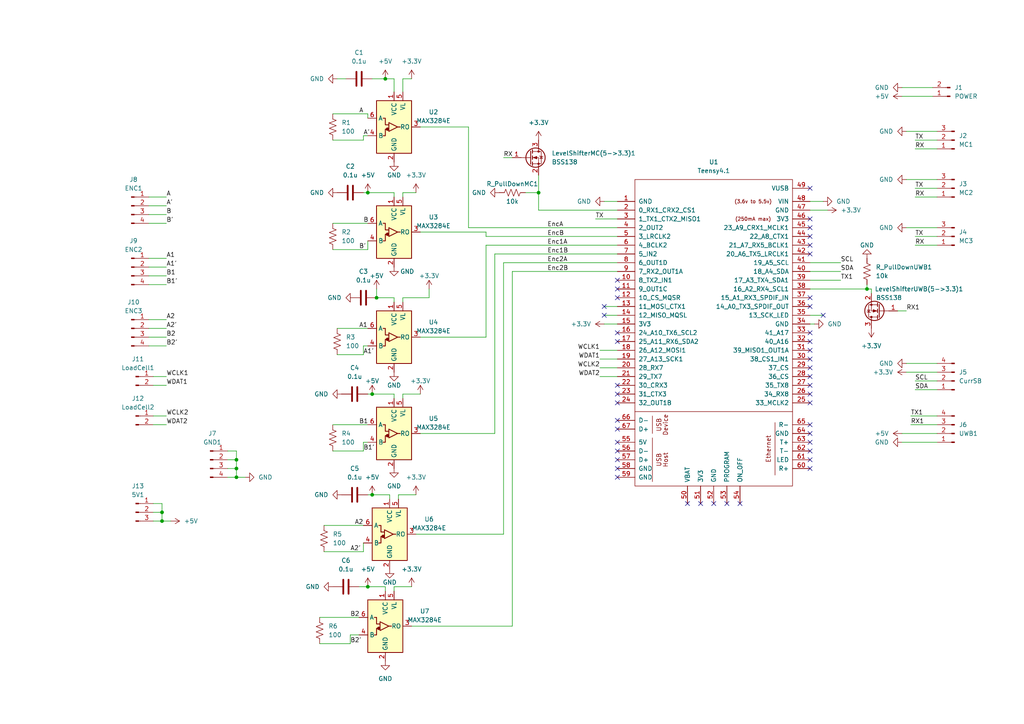
<source format=kicad_sch>
(kicad_sch (version 20230121) (generator eeschema)

  (uuid a91b2532-b9a9-41b4-bce7-a2dfe37264d5)

  (paper "A4")

  (lib_symbols
    (symbol "Connector:Conn_01x02_Male" (pin_names (offset 1.016) hide) (in_bom yes) (on_board yes)
      (property "Reference" "J" (at 0 2.54 0)
        (effects (font (size 1.27 1.27)))
      )
      (property "Value" "Conn_01x02_Male" (at 0 -5.08 0)
        (effects (font (size 1.27 1.27)))
      )
      (property "Footprint" "" (at 0 0 0)
        (effects (font (size 1.27 1.27)) hide)
      )
      (property "Datasheet" "~" (at 0 0 0)
        (effects (font (size 1.27 1.27)) hide)
      )
      (property "ki_keywords" "connector" (at 0 0 0)
        (effects (font (size 1.27 1.27)) hide)
      )
      (property "ki_description" "Generic connector, single row, 01x02, script generated (kicad-library-utils/schlib/autogen/connector/)" (at 0 0 0)
        (effects (font (size 1.27 1.27)) hide)
      )
      (property "ki_fp_filters" "Connector*:*_1x??_*" (at 0 0 0)
        (effects (font (size 1.27 1.27)) hide)
      )
      (symbol "Conn_01x02_Male_1_1"
        (polyline
          (pts
            (xy 1.27 -2.54)
            (xy 0.8636 -2.54)
          )
          (stroke (width 0.1524) (type default))
          (fill (type none))
        )
        (polyline
          (pts
            (xy 1.27 0)
            (xy 0.8636 0)
          )
          (stroke (width 0.1524) (type default))
          (fill (type none))
        )
        (rectangle (start 0.8636 -2.413) (end 0 -2.667)
          (stroke (width 0.1524) (type default))
          (fill (type outline))
        )
        (rectangle (start 0.8636 0.127) (end 0 -0.127)
          (stroke (width 0.1524) (type default))
          (fill (type outline))
        )
        (pin passive line (at 5.08 0 180) (length 3.81)
          (name "Pin_1" (effects (font (size 1.27 1.27))))
          (number "1" (effects (font (size 1.27 1.27))))
        )
        (pin passive line (at 5.08 -2.54 180) (length 3.81)
          (name "Pin_2" (effects (font (size 1.27 1.27))))
          (number "2" (effects (font (size 1.27 1.27))))
        )
      )
    )
    (symbol "Connector:Conn_01x03_Male" (pin_names (offset 1.016) hide) (in_bom yes) (on_board yes)
      (property "Reference" "J" (at 0 5.08 0)
        (effects (font (size 1.27 1.27)))
      )
      (property "Value" "Conn_01x03_Male" (at 0 -5.08 0)
        (effects (font (size 1.27 1.27)))
      )
      (property "Footprint" "" (at 0 0 0)
        (effects (font (size 1.27 1.27)) hide)
      )
      (property "Datasheet" "~" (at 0 0 0)
        (effects (font (size 1.27 1.27)) hide)
      )
      (property "ki_keywords" "connector" (at 0 0 0)
        (effects (font (size 1.27 1.27)) hide)
      )
      (property "ki_description" "Generic connector, single row, 01x03, script generated (kicad-library-utils/schlib/autogen/connector/)" (at 0 0 0)
        (effects (font (size 1.27 1.27)) hide)
      )
      (property "ki_fp_filters" "Connector*:*_1x??_*" (at 0 0 0)
        (effects (font (size 1.27 1.27)) hide)
      )
      (symbol "Conn_01x03_Male_1_1"
        (polyline
          (pts
            (xy 1.27 -2.54)
            (xy 0.8636 -2.54)
          )
          (stroke (width 0.1524) (type default))
          (fill (type none))
        )
        (polyline
          (pts
            (xy 1.27 0)
            (xy 0.8636 0)
          )
          (stroke (width 0.1524) (type default))
          (fill (type none))
        )
        (polyline
          (pts
            (xy 1.27 2.54)
            (xy 0.8636 2.54)
          )
          (stroke (width 0.1524) (type default))
          (fill (type none))
        )
        (rectangle (start 0.8636 -2.413) (end 0 -2.667)
          (stroke (width 0.1524) (type default))
          (fill (type outline))
        )
        (rectangle (start 0.8636 0.127) (end 0 -0.127)
          (stroke (width 0.1524) (type default))
          (fill (type outline))
        )
        (rectangle (start 0.8636 2.667) (end 0 2.413)
          (stroke (width 0.1524) (type default))
          (fill (type outline))
        )
        (pin passive line (at 5.08 2.54 180) (length 3.81)
          (name "Pin_1" (effects (font (size 1.27 1.27))))
          (number "1" (effects (font (size 1.27 1.27))))
        )
        (pin passive line (at 5.08 0 180) (length 3.81)
          (name "Pin_2" (effects (font (size 1.27 1.27))))
          (number "2" (effects (font (size 1.27 1.27))))
        )
        (pin passive line (at 5.08 -2.54 180) (length 3.81)
          (name "Pin_3" (effects (font (size 1.27 1.27))))
          (number "3" (effects (font (size 1.27 1.27))))
        )
      )
    )
    (symbol "Connector:Conn_01x04_Male" (pin_names (offset 1.016) hide) (in_bom yes) (on_board yes)
      (property "Reference" "J" (at 0 5.08 0)
        (effects (font (size 1.27 1.27)))
      )
      (property "Value" "Conn_01x04_Male" (at 0 -7.62 0)
        (effects (font (size 1.27 1.27)))
      )
      (property "Footprint" "" (at 0 0 0)
        (effects (font (size 1.27 1.27)) hide)
      )
      (property "Datasheet" "~" (at 0 0 0)
        (effects (font (size 1.27 1.27)) hide)
      )
      (property "ki_keywords" "connector" (at 0 0 0)
        (effects (font (size 1.27 1.27)) hide)
      )
      (property "ki_description" "Generic connector, single row, 01x04, script generated (kicad-library-utils/schlib/autogen/connector/)" (at 0 0 0)
        (effects (font (size 1.27 1.27)) hide)
      )
      (property "ki_fp_filters" "Connector*:*_1x??_*" (at 0 0 0)
        (effects (font (size 1.27 1.27)) hide)
      )
      (symbol "Conn_01x04_Male_1_1"
        (polyline
          (pts
            (xy 1.27 -5.08)
            (xy 0.8636 -5.08)
          )
          (stroke (width 0.1524) (type default))
          (fill (type none))
        )
        (polyline
          (pts
            (xy 1.27 -2.54)
            (xy 0.8636 -2.54)
          )
          (stroke (width 0.1524) (type default))
          (fill (type none))
        )
        (polyline
          (pts
            (xy 1.27 0)
            (xy 0.8636 0)
          )
          (stroke (width 0.1524) (type default))
          (fill (type none))
        )
        (polyline
          (pts
            (xy 1.27 2.54)
            (xy 0.8636 2.54)
          )
          (stroke (width 0.1524) (type default))
          (fill (type none))
        )
        (rectangle (start 0.8636 -4.953) (end 0 -5.207)
          (stroke (width 0.1524) (type default))
          (fill (type outline))
        )
        (rectangle (start 0.8636 -2.413) (end 0 -2.667)
          (stroke (width 0.1524) (type default))
          (fill (type outline))
        )
        (rectangle (start 0.8636 0.127) (end 0 -0.127)
          (stroke (width 0.1524) (type default))
          (fill (type outline))
        )
        (rectangle (start 0.8636 2.667) (end 0 2.413)
          (stroke (width 0.1524) (type default))
          (fill (type outline))
        )
        (pin passive line (at 5.08 2.54 180) (length 3.81)
          (name "Pin_1" (effects (font (size 1.27 1.27))))
          (number "1" (effects (font (size 1.27 1.27))))
        )
        (pin passive line (at 5.08 0 180) (length 3.81)
          (name "Pin_2" (effects (font (size 1.27 1.27))))
          (number "2" (effects (font (size 1.27 1.27))))
        )
        (pin passive line (at 5.08 -2.54 180) (length 3.81)
          (name "Pin_3" (effects (font (size 1.27 1.27))))
          (number "3" (effects (font (size 1.27 1.27))))
        )
        (pin passive line (at 5.08 -5.08 180) (length 3.81)
          (name "Pin_4" (effects (font (size 1.27 1.27))))
          (number "4" (effects (font (size 1.27 1.27))))
        )
      )
    )
    (symbol "Connector:Conn_01x04_Pin" (pin_names (offset 1.016) hide) (in_bom yes) (on_board yes)
      (property "Reference" "J" (at 0 5.08 0)
        (effects (font (size 1.27 1.27)))
      )
      (property "Value" "Conn_01x04_Pin" (at 0 -7.62 0)
        (effects (font (size 1.27 1.27)))
      )
      (property "Footprint" "" (at 0 0 0)
        (effects (font (size 1.27 1.27)) hide)
      )
      (property "Datasheet" "~" (at 0 0 0)
        (effects (font (size 1.27 1.27)) hide)
      )
      (property "ki_locked" "" (at 0 0 0)
        (effects (font (size 1.27 1.27)))
      )
      (property "ki_keywords" "connector" (at 0 0 0)
        (effects (font (size 1.27 1.27)) hide)
      )
      (property "ki_description" "Generic connector, single row, 01x04, script generated" (at 0 0 0)
        (effects (font (size 1.27 1.27)) hide)
      )
      (property "ki_fp_filters" "Connector*:*_1x??_*" (at 0 0 0)
        (effects (font (size 1.27 1.27)) hide)
      )
      (symbol "Conn_01x04_Pin_1_1"
        (polyline
          (pts
            (xy 1.27 -5.08)
            (xy 0.8636 -5.08)
          )
          (stroke (width 0.1524) (type default))
          (fill (type none))
        )
        (polyline
          (pts
            (xy 1.27 -2.54)
            (xy 0.8636 -2.54)
          )
          (stroke (width 0.1524) (type default))
          (fill (type none))
        )
        (polyline
          (pts
            (xy 1.27 0)
            (xy 0.8636 0)
          )
          (stroke (width 0.1524) (type default))
          (fill (type none))
        )
        (polyline
          (pts
            (xy 1.27 2.54)
            (xy 0.8636 2.54)
          )
          (stroke (width 0.1524) (type default))
          (fill (type none))
        )
        (rectangle (start 0.8636 -4.953) (end 0 -5.207)
          (stroke (width 0.1524) (type default))
          (fill (type outline))
        )
        (rectangle (start 0.8636 -2.413) (end 0 -2.667)
          (stroke (width 0.1524) (type default))
          (fill (type outline))
        )
        (rectangle (start 0.8636 0.127) (end 0 -0.127)
          (stroke (width 0.1524) (type default))
          (fill (type outline))
        )
        (rectangle (start 0.8636 2.667) (end 0 2.413)
          (stroke (width 0.1524) (type default))
          (fill (type outline))
        )
        (pin passive line (at 5.08 2.54 180) (length 3.81)
          (name "Pin_1" (effects (font (size 1.27 1.27))))
          (number "1" (effects (font (size 1.27 1.27))))
        )
        (pin passive line (at 5.08 0 180) (length 3.81)
          (name "Pin_2" (effects (font (size 1.27 1.27))))
          (number "2" (effects (font (size 1.27 1.27))))
        )
        (pin passive line (at 5.08 -2.54 180) (length 3.81)
          (name "Pin_3" (effects (font (size 1.27 1.27))))
          (number "3" (effects (font (size 1.27 1.27))))
        )
        (pin passive line (at 5.08 -5.08 180) (length 3.81)
          (name "Pin_4" (effects (font (size 1.27 1.27))))
          (number "4" (effects (font (size 1.27 1.27))))
        )
      )
    )
    (symbol "Device:C" (pin_numbers hide) (pin_names (offset 0.254)) (in_bom yes) (on_board yes)
      (property "Reference" "C" (at 0.635 2.54 0)
        (effects (font (size 1.27 1.27)) (justify left))
      )
      (property "Value" "C" (at 0.635 -2.54 0)
        (effects (font (size 1.27 1.27)) (justify left))
      )
      (property "Footprint" "" (at 0.9652 -3.81 0)
        (effects (font (size 1.27 1.27)) hide)
      )
      (property "Datasheet" "~" (at 0 0 0)
        (effects (font (size 1.27 1.27)) hide)
      )
      (property "ki_keywords" "cap capacitor" (at 0 0 0)
        (effects (font (size 1.27 1.27)) hide)
      )
      (property "ki_description" "Unpolarized capacitor" (at 0 0 0)
        (effects (font (size 1.27 1.27)) hide)
      )
      (property "ki_fp_filters" "C_*" (at 0 0 0)
        (effects (font (size 1.27 1.27)) hide)
      )
      (symbol "C_0_1"
        (polyline
          (pts
            (xy -2.032 -0.762)
            (xy 2.032 -0.762)
          )
          (stroke (width 0.508) (type default))
          (fill (type none))
        )
        (polyline
          (pts
            (xy -2.032 0.762)
            (xy 2.032 0.762)
          )
          (stroke (width 0.508) (type default))
          (fill (type none))
        )
      )
      (symbol "C_1_1"
        (pin passive line (at 0 3.81 270) (length 2.794)
          (name "~" (effects (font (size 1.27 1.27))))
          (number "1" (effects (font (size 1.27 1.27))))
        )
        (pin passive line (at 0 -3.81 90) (length 2.794)
          (name "~" (effects (font (size 1.27 1.27))))
          (number "2" (effects (font (size 1.27 1.27))))
        )
      )
    )
    (symbol "Device:R_US" (pin_numbers hide) (pin_names (offset 0)) (in_bom yes) (on_board yes)
      (property "Reference" "R" (at 2.54 0 90)
        (effects (font (size 1.27 1.27)))
      )
      (property "Value" "R_US" (at -2.54 0 90)
        (effects (font (size 1.27 1.27)))
      )
      (property "Footprint" "" (at 1.016 -0.254 90)
        (effects (font (size 1.27 1.27)) hide)
      )
      (property "Datasheet" "~" (at 0 0 0)
        (effects (font (size 1.27 1.27)) hide)
      )
      (property "ki_keywords" "R res resistor" (at 0 0 0)
        (effects (font (size 1.27 1.27)) hide)
      )
      (property "ki_description" "Resistor, US symbol" (at 0 0 0)
        (effects (font (size 1.27 1.27)) hide)
      )
      (property "ki_fp_filters" "R_*" (at 0 0 0)
        (effects (font (size 1.27 1.27)) hide)
      )
      (symbol "R_US_0_1"
        (polyline
          (pts
            (xy 0 -2.286)
            (xy 0 -2.54)
          )
          (stroke (width 0) (type default))
          (fill (type none))
        )
        (polyline
          (pts
            (xy 0 2.286)
            (xy 0 2.54)
          )
          (stroke (width 0) (type default))
          (fill (type none))
        )
        (polyline
          (pts
            (xy 0 -0.762)
            (xy 1.016 -1.143)
            (xy 0 -1.524)
            (xy -1.016 -1.905)
            (xy 0 -2.286)
          )
          (stroke (width 0) (type default))
          (fill (type none))
        )
        (polyline
          (pts
            (xy 0 0.762)
            (xy 1.016 0.381)
            (xy 0 0)
            (xy -1.016 -0.381)
            (xy 0 -0.762)
          )
          (stroke (width 0) (type default))
          (fill (type none))
        )
        (polyline
          (pts
            (xy 0 2.286)
            (xy 1.016 1.905)
            (xy 0 1.524)
            (xy -1.016 1.143)
            (xy 0 0.762)
          )
          (stroke (width 0) (type default))
          (fill (type none))
        )
      )
      (symbol "R_US_1_1"
        (pin passive line (at 0 3.81 270) (length 1.27)
          (name "~" (effects (font (size 1.27 1.27))))
          (number "1" (effects (font (size 1.27 1.27))))
        )
        (pin passive line (at 0 -3.81 90) (length 1.27)
          (name "~" (effects (font (size 1.27 1.27))))
          (number "2" (effects (font (size 1.27 1.27))))
        )
      )
    )
    (symbol "Interface_UART:MAX3284E" (in_bom yes) (on_board yes)
      (property "Reference" "U" (at -3.81 8.89 0)
        (effects (font (size 1.27 1.27)))
      )
      (property "Value" "MAX3284E" (at 3.81 8.89 0)
        (effects (font (size 1.27 1.27)) (justify left))
      )
      (property "Footprint" "Package_TO_SOT_SMD:SOT-23-6" (at 0 -17.78 0)
        (effects (font (size 1.27 1.27)) hide)
      )
      (property "Datasheet" "https://datasheets.maximintegrated.com/en/ds/MAX3280E-MAX3284E.pdf" (at -0.254 -1.27 0)
        (effects (font (size 1.27 1.27)) hide)
      )
      (property "ki_keywords" "RS-485 RS-422 True Fail-Safe Receivers 1/4 unit load receiver" (at 0 0 0)
        (effects (font (size 1.27 1.27)) hide)
      )
      (property "ki_description" "±15kV ESD-Protected 52Mbps, 3V to 5.5V RS-485/RS-422 True Fail-Safe Receivers, SOT23" (at 0 0 0)
        (effects (font (size 1.27 1.27)) hide)
      )
      (property "ki_fp_filters" "SOT?23*" (at 0 0 0)
        (effects (font (size 1.27 1.27)) hide)
      )
      (symbol "MAX3284E_0_1"
        (rectangle (start -5.08 7.62) (end 5.08 -7.62)
          (stroke (width 0.254) (type default))
          (fill (type background))
        )
        (circle (center -1.905 -0.635) (radius 0.3556)
          (stroke (width 0.254) (type default))
          (fill (type outline))
        )
        (rectangle (start -1.524 0.635) (end -1.524 0.635)
          (stroke (width 0) (type default))
          (fill (type none))
        )
        (polyline
          (pts
            (xy 1.778 0)
            (xy 1.016 0)
          )
          (stroke (width 0.254) (type default))
          (fill (type none))
        )
        (polyline
          (pts
            (xy -1.905 -0.635)
            (xy -2.54 -0.635)
            (xy -2.54 -2.54)
            (xy -3.175 -2.54)
          )
          (stroke (width 0.254) (type default))
          (fill (type none))
        )
        (polyline
          (pts
            (xy -1.524 0.635)
            (xy -2.54 0.635)
            (xy -2.54 2.54)
            (xy -3.175 2.54)
          )
          (stroke (width 0.254) (type default))
          (fill (type none))
        )
        (polyline
          (pts
            (xy 1.016 0)
            (xy -1.524 1.27)
            (xy -1.524 -1.27)
            (xy 1.016 0)
          )
          (stroke (width 0.254) (type default))
          (fill (type none))
        )
      )
      (symbol "MAX3284E_1_1"
        (pin power_in line (at 0 10.16 270) (length 2.54)
          (name "VCC" (effects (font (size 1.27 1.27))))
          (number "1" (effects (font (size 1.27 1.27))))
        )
        (pin power_in line (at 0 -10.16 90) (length 2.54)
          (name "GND" (effects (font (size 1.27 1.27))))
          (number "2" (effects (font (size 1.27 1.27))))
        )
        (pin output line (at 7.62 0 180) (length 2.54)
          (name "RO" (effects (font (size 1.27 1.27))))
          (number "3" (effects (font (size 1.27 1.27))))
        )
        (pin input line (at -7.62 -2.54 0) (length 2.54)
          (name "B" (effects (font (size 1.27 1.27))))
          (number "4" (effects (font (size 1.27 1.27))))
        )
        (pin power_in line (at 2.54 10.16 270) (length 2.54)
          (name "VL" (effects (font (size 1.27 1.27))))
          (number "5" (effects (font (size 1.27 1.27))))
        )
        (pin input line (at -7.62 2.54 0) (length 2.54)
          (name "A" (effects (font (size 1.27 1.27))))
          (number "6" (effects (font (size 1.27 1.27))))
        )
      )
    )
    (symbol "Teensy4.1:Teensy4.1" (pin_names (offset 1.016)) (in_bom yes) (on_board yes)
      (property "Reference" "U" (at 0 64.77 0)
        (effects (font (size 1.27 1.27)))
      )
      (property "Value" "Teensy4.1" (at 0 62.23 0)
        (effects (font (size 1.27 1.27)))
      )
      (property "Footprint" "" (at -10.16 10.16 0)
        (effects (font (size 1.27 1.27)) hide)
      )
      (property "Datasheet" "" (at -10.16 10.16 0)
        (effects (font (size 1.27 1.27)) hide)
      )
      (symbol "Teensy4.1_0_0"
        (polyline
          (pts
            (xy -22.86 -6.35)
            (xy 22.86 -6.35)
          )
          (stroke (width 0) (type default))
          (fill (type none))
        )
        (polyline
          (pts
            (xy -17.78 -26.67)
            (xy -17.78 -13.97)
          )
          (stroke (width 0) (type default))
          (fill (type none))
        )
        (polyline
          (pts
            (xy -17.78 -7.62)
            (xy -17.78 -12.7)
          )
          (stroke (width 0) (type default))
          (fill (type none))
        )
        (polyline
          (pts
            (xy 17.78 -9.525)
            (xy 17.78 -24.765)
          )
          (stroke (width 0) (type default))
          (fill (type none))
        )
        (text "(250mA max)" (at 11.43 49.53 0)
          (effects (font (size 1.016 1.016)))
        )
        (text "(3.6v to 5.5v)" (at 11.43 54.61 0)
          (effects (font (size 1.016 1.016)))
        )
        (text "Device" (at -13.97 -10.16 900)
          (effects (font (size 1.27 1.27)))
        )
        (text "Ethernet" (at 15.875 -17.145 900)
          (effects (font (size 1.27 1.27)))
        )
        (text "Host" (at -13.97 -20.32 900)
          (effects (font (size 1.27 1.27)))
        )
        (text "USB" (at -15.875 -20.32 900)
          (effects (font (size 1.27 1.27)))
        )
        (text "USB" (at -15.875 -10.16 900)
          (effects (font (size 1.27 1.27)))
        )
        (pin bidirectional line (at -27.94 31.75 0) (length 5.08)
          (name "8_TX2_IN1" (effects (font (size 1.27 1.27))))
          (number "10" (effects (font (size 1.27 1.27))))
        )
        (pin bidirectional line (at -27.94 29.21 0) (length 5.08)
          (name "9_OUT1C" (effects (font (size 1.27 1.27))))
          (number "11" (effects (font (size 1.27 1.27))))
        )
        (pin bidirectional line (at -27.94 26.67 0) (length 5.08)
          (name "10_CS_MQSR" (effects (font (size 1.27 1.27))))
          (number "12" (effects (font (size 1.27 1.27))))
        )
        (pin bidirectional line (at -27.94 24.13 0) (length 5.08)
          (name "11_MOSI_CTX1" (effects (font (size 1.27 1.27))))
          (number "13" (effects (font (size 1.27 1.27))))
        )
        (pin bidirectional line (at -27.94 21.59 0) (length 5.08)
          (name "12_MISO_MQSL" (effects (font (size 1.27 1.27))))
          (number "14" (effects (font (size 1.27 1.27))))
        )
        (pin power_in line (at -27.94 19.05 0) (length 5.08)
          (name "3V3" (effects (font (size 1.27 1.27))))
          (number "15" (effects (font (size 1.27 1.27))))
        )
        (pin bidirectional line (at -27.94 16.51 0) (length 5.08)
          (name "24_A10_TX6_SCL2" (effects (font (size 1.27 1.27))))
          (number "16" (effects (font (size 1.27 1.27))))
        )
        (pin bidirectional line (at -27.94 13.97 0) (length 5.08)
          (name "25_A11_RX6_SDA2" (effects (font (size 1.27 1.27))))
          (number "17" (effects (font (size 1.27 1.27))))
        )
        (pin bidirectional line (at -27.94 11.43 0) (length 5.08)
          (name "26_A12_MOSI1" (effects (font (size 1.27 1.27))))
          (number "18" (effects (font (size 1.27 1.27))))
        )
        (pin bidirectional line (at -27.94 8.89 0) (length 5.08)
          (name "27_A13_SCK1" (effects (font (size 1.27 1.27))))
          (number "19" (effects (font (size 1.27 1.27))))
        )
        (pin bidirectional line (at -27.94 6.35 0) (length 5.08)
          (name "28_RX7" (effects (font (size 1.27 1.27))))
          (number "20" (effects (font (size 1.27 1.27))))
        )
        (pin bidirectional line (at -27.94 3.81 0) (length 5.08)
          (name "29_TX7" (effects (font (size 1.27 1.27))))
          (number "21" (effects (font (size 1.27 1.27))))
        )
        (pin bidirectional line (at -27.94 1.27 0) (length 5.08)
          (name "30_CRX3" (effects (font (size 1.27 1.27))))
          (number "22" (effects (font (size 1.27 1.27))))
        )
        (pin bidirectional line (at -27.94 -1.27 0) (length 5.08)
          (name "31_CTX3" (effects (font (size 1.27 1.27))))
          (number "23" (effects (font (size 1.27 1.27))))
        )
        (pin bidirectional line (at -27.94 -3.81 0) (length 5.08)
          (name "32_OUT1B" (effects (font (size 1.27 1.27))))
          (number "24" (effects (font (size 1.27 1.27))))
        )
        (pin bidirectional line (at 27.94 -3.81 180) (length 5.08)
          (name "33_MCLK2" (effects (font (size 1.27 1.27))))
          (number "25" (effects (font (size 1.27 1.27))))
        )
        (pin bidirectional line (at 27.94 -1.27 180) (length 5.08)
          (name "34_RX8" (effects (font (size 1.27 1.27))))
          (number "26" (effects (font (size 1.27 1.27))))
        )
        (pin bidirectional line (at 27.94 1.27 180) (length 5.08)
          (name "35_TX8" (effects (font (size 1.27 1.27))))
          (number "27" (effects (font (size 1.27 1.27))))
        )
        (pin bidirectional line (at 27.94 3.81 180) (length 5.08)
          (name "36_CS" (effects (font (size 1.27 1.27))))
          (number "28" (effects (font (size 1.27 1.27))))
        )
        (pin bidirectional line (at 27.94 6.35 180) (length 5.08)
          (name "37_CS" (effects (font (size 1.27 1.27))))
          (number "29" (effects (font (size 1.27 1.27))))
        )
        (pin bidirectional line (at 27.94 8.89 180) (length 5.08)
          (name "38_CS1_IN1" (effects (font (size 1.27 1.27))))
          (number "30" (effects (font (size 1.27 1.27))))
        )
        (pin bidirectional line (at 27.94 11.43 180) (length 5.08)
          (name "39_MISO1_OUT1A" (effects (font (size 1.27 1.27))))
          (number "31" (effects (font (size 1.27 1.27))))
        )
        (pin bidirectional line (at 27.94 13.97 180) (length 5.08)
          (name "40_A16" (effects (font (size 1.27 1.27))))
          (number "32" (effects (font (size 1.27 1.27))))
        )
        (pin bidirectional line (at 27.94 16.51 180) (length 5.08)
          (name "41_A17" (effects (font (size 1.27 1.27))))
          (number "33" (effects (font (size 1.27 1.27))))
        )
        (pin bidirectional line (at 27.94 21.59 180) (length 5.08)
          (name "13_SCK_LED" (effects (font (size 1.27 1.27))))
          (number "35" (effects (font (size 1.27 1.27))))
        )
        (pin bidirectional line (at 27.94 24.13 180) (length 5.08)
          (name "14_A0_TX3_SPDIF_OUT" (effects (font (size 1.27 1.27))))
          (number "36" (effects (font (size 1.27 1.27))))
        )
        (pin bidirectional line (at 27.94 26.67 180) (length 5.08)
          (name "15_A1_RX3_SPDIF_IN" (effects (font (size 1.27 1.27))))
          (number "37" (effects (font (size 1.27 1.27))))
        )
        (pin bidirectional line (at 27.94 29.21 180) (length 5.08)
          (name "16_A2_RX4_SCL1" (effects (font (size 1.27 1.27))))
          (number "38" (effects (font (size 1.27 1.27))))
        )
        (pin bidirectional line (at 27.94 31.75 180) (length 5.08)
          (name "17_A3_TX4_SDA1" (effects (font (size 1.27 1.27))))
          (number "39" (effects (font (size 1.27 1.27))))
        )
        (pin bidirectional line (at 27.94 34.29 180) (length 5.08)
          (name "18_A4_SDA" (effects (font (size 1.27 1.27))))
          (number "40" (effects (font (size 1.27 1.27))))
        )
        (pin bidirectional line (at 27.94 36.83 180) (length 5.08)
          (name "19_A5_SCL" (effects (font (size 1.27 1.27))))
          (number "41" (effects (font (size 1.27 1.27))))
        )
        (pin bidirectional line (at 27.94 39.37 180) (length 5.08)
          (name "20_A6_TX5_LRCLK1" (effects (font (size 1.27 1.27))))
          (number "42" (effects (font (size 1.27 1.27))))
        )
        (pin bidirectional line (at 27.94 41.91 180) (length 5.08)
          (name "21_A7_RX5_BCLK1" (effects (font (size 1.27 1.27))))
          (number "43" (effects (font (size 1.27 1.27))))
        )
        (pin bidirectional line (at 27.94 44.45 180) (length 5.08)
          (name "22_A8_CTX1" (effects (font (size 1.27 1.27))))
          (number "44" (effects (font (size 1.27 1.27))))
        )
        (pin bidirectional line (at 27.94 46.99 180) (length 5.08)
          (name "23_A9_CRX1_MCLK1" (effects (font (size 1.27 1.27))))
          (number "45" (effects (font (size 1.27 1.27))))
        )
        (pin output line (at 27.94 49.53 180) (length 5.08)
          (name "3V3" (effects (font (size 1.27 1.27))))
          (number "46" (effects (font (size 1.27 1.27))))
        )
        (pin output line (at 27.94 52.07 180) (length 5.08)
          (name "GND" (effects (font (size 1.27 1.27))))
          (number "47" (effects (font (size 1.27 1.27))))
        )
        (pin power_in line (at 27.94 54.61 180) (length 5.08)
          (name "VIN" (effects (font (size 1.27 1.27))))
          (number "48" (effects (font (size 1.27 1.27))))
        )
        (pin power_out line (at 27.94 58.42 180) (length 5.08)
          (name "VUSB" (effects (font (size 1.27 1.27))))
          (number "49" (effects (font (size 1.27 1.27))))
        )
        (pin bidirectional line (at -27.94 44.45 0) (length 5.08)
          (name "3_LRCLK2" (effects (font (size 1.27 1.27))))
          (number "5" (effects (font (size 1.27 1.27))))
        )
        (pin power_in line (at -7.62 -33.02 90) (length 5.08)
          (name "VBAT" (effects (font (size 1.27 1.27))))
          (number "50" (effects (font (size 1.27 1.27))))
        )
        (pin power_in line (at -3.81 -33.02 90) (length 5.08)
          (name "3V3" (effects (font (size 1.27 1.27))))
          (number "51" (effects (font (size 1.27 1.27))))
        )
        (pin input line (at 0 -33.02 90) (length 5.08)
          (name "GND" (effects (font (size 1.27 1.27))))
          (number "52" (effects (font (size 1.27 1.27))))
        )
        (pin input line (at 3.81 -33.02 90) (length 5.08)
          (name "PROGRAM" (effects (font (size 1.27 1.27))))
          (number "53" (effects (font (size 1.27 1.27))))
        )
        (pin input line (at 7.62 -33.02 90) (length 5.08)
          (name "ON_OFF" (effects (font (size 1.27 1.27))))
          (number "54" (effects (font (size 1.27 1.27))))
        )
        (pin power_out line (at -27.94 -15.24 0) (length 5.08)
          (name "5V" (effects (font (size 1.27 1.27))))
          (number "55" (effects (font (size 1.27 1.27))))
        )
        (pin bidirectional line (at -27.94 -17.78 0) (length 5.08)
          (name "D-" (effects (font (size 1.27 1.27))))
          (number "56" (effects (font (size 1.27 1.27))))
        )
        (pin bidirectional line (at -27.94 -20.32 0) (length 5.08)
          (name "D+" (effects (font (size 1.27 1.27))))
          (number "57" (effects (font (size 1.27 1.27))))
        )
        (pin power_in line (at -27.94 -22.86 0) (length 5.08)
          (name "GND" (effects (font (size 1.27 1.27))))
          (number "58" (effects (font (size 1.27 1.27))))
        )
        (pin power_in line (at -27.94 -25.4 0) (length 5.08)
          (name "GND" (effects (font (size 1.27 1.27))))
          (number "59" (effects (font (size 1.27 1.27))))
        )
        (pin bidirectional line (at -27.94 41.91 0) (length 5.08)
          (name "4_BCLK2" (effects (font (size 1.27 1.27))))
          (number "6" (effects (font (size 1.27 1.27))))
        )
        (pin bidirectional line (at 27.94 -22.86 180) (length 5.08)
          (name "R+" (effects (font (size 1.27 1.27))))
          (number "60" (effects (font (size 1.27 1.27))))
        )
        (pin bidirectional line (at 27.94 -20.32 180) (length 5.08)
          (name "LED" (effects (font (size 1.27 1.27))))
          (number "61" (effects (font (size 1.27 1.27))))
        )
        (pin bidirectional line (at 27.94 -17.78 180) (length 5.08)
          (name "T-" (effects (font (size 1.27 1.27))))
          (number "62" (effects (font (size 1.27 1.27))))
        )
        (pin bidirectional line (at 27.94 -15.24 180) (length 5.08)
          (name "T+" (effects (font (size 1.27 1.27))))
          (number "63" (effects (font (size 1.27 1.27))))
        )
        (pin power_in line (at 27.94 -12.7 180) (length 5.08)
          (name "GND" (effects (font (size 1.27 1.27))))
          (number "64" (effects (font (size 1.27 1.27))))
        )
        (pin bidirectional line (at 27.94 -10.16 180) (length 5.08)
          (name "R-" (effects (font (size 1.27 1.27))))
          (number "65" (effects (font (size 1.27 1.27))))
        )
        (pin bidirectional line (at -27.94 -8.89 0) (length 5.08)
          (name "D-" (effects (font (size 1.27 1.27))))
          (number "66" (effects (font (size 1.27 1.27))))
        )
        (pin bidirectional line (at -27.94 -11.43 0) (length 5.08)
          (name "D+" (effects (font (size 1.27 1.27))))
          (number "67" (effects (font (size 1.27 1.27))))
        )
        (pin bidirectional line (at -27.94 39.37 0) (length 5.08)
          (name "5_IN2" (effects (font (size 1.27 1.27))))
          (number "7" (effects (font (size 1.27 1.27))))
        )
        (pin bidirectional line (at -27.94 36.83 0) (length 5.08)
          (name "6_OUT1D" (effects (font (size 1.27 1.27))))
          (number "8" (effects (font (size 1.27 1.27))))
        )
        (pin bidirectional line (at -27.94 34.29 0) (length 5.08)
          (name "7_RX2_OUT1A" (effects (font (size 1.27 1.27))))
          (number "9" (effects (font (size 1.27 1.27))))
        )
      )
      (symbol "Teensy4.1_0_1"
        (rectangle (start -22.86 60.96) (end 22.86 -27.94)
          (stroke (width 0) (type default))
          (fill (type none))
        )
        (rectangle (start -20.32 -1.27) (end -20.32 -1.27)
          (stroke (width 0) (type default))
          (fill (type none))
        )
      )
      (symbol "Teensy4.1_1_1"
        (pin power_in line (at -27.94 54.61 0) (length 5.08)
          (name "GND" (effects (font (size 1.27 1.27))))
          (number "1" (effects (font (size 1.27 1.27))))
        )
        (pin bidirectional line (at -27.94 52.07 0) (length 5.08)
          (name "0_RX1_CRX2_CS1" (effects (font (size 1.27 1.27))))
          (number "2" (effects (font (size 1.27 1.27))))
        )
        (pin bidirectional line (at -27.94 49.53 0) (length 5.08)
          (name "1_TX1_CTX2_MISO1" (effects (font (size 1.27 1.27))))
          (number "3" (effects (font (size 1.27 1.27))))
        )
        (pin power_in line (at 27.94 19.05 180) (length 5.08)
          (name "GND" (effects (font (size 1.27 1.27))))
          (number "34" (effects (font (size 1.27 1.27))))
        )
        (pin bidirectional line (at -27.94 46.99 0) (length 5.08)
          (name "2_OUT2" (effects (font (size 1.27 1.27))))
          (number "4" (effects (font (size 1.27 1.27))))
        )
      )
    )
    (symbol "Transistor_FET:BSS138" (pin_names hide) (in_bom yes) (on_board yes)
      (property "Reference" "Q" (at 5.08 1.905 0)
        (effects (font (size 1.27 1.27)) (justify left))
      )
      (property "Value" "BSS138" (at 5.08 0 0)
        (effects (font (size 1.27 1.27)) (justify left))
      )
      (property "Footprint" "Package_TO_SOT_SMD:SOT-23" (at 5.08 -1.905 0)
        (effects (font (size 1.27 1.27) italic) (justify left) hide)
      )
      (property "Datasheet" "https://www.onsemi.com/pub/Collateral/BSS138-D.PDF" (at 0 0 0)
        (effects (font (size 1.27 1.27)) (justify left) hide)
      )
      (property "ki_keywords" "N-Channel MOSFET" (at 0 0 0)
        (effects (font (size 1.27 1.27)) hide)
      )
      (property "ki_description" "50V Vds, 0.22A Id, N-Channel MOSFET, SOT-23" (at 0 0 0)
        (effects (font (size 1.27 1.27)) hide)
      )
      (property "ki_fp_filters" "SOT?23*" (at 0 0 0)
        (effects (font (size 1.27 1.27)) hide)
      )
      (symbol "BSS138_0_1"
        (polyline
          (pts
            (xy 0.254 0)
            (xy -2.54 0)
          )
          (stroke (width 0) (type default))
          (fill (type none))
        )
        (polyline
          (pts
            (xy 0.254 1.905)
            (xy 0.254 -1.905)
          )
          (stroke (width 0.254) (type default))
          (fill (type none))
        )
        (polyline
          (pts
            (xy 0.762 -1.27)
            (xy 0.762 -2.286)
          )
          (stroke (width 0.254) (type default))
          (fill (type none))
        )
        (polyline
          (pts
            (xy 0.762 0.508)
            (xy 0.762 -0.508)
          )
          (stroke (width 0.254) (type default))
          (fill (type none))
        )
        (polyline
          (pts
            (xy 0.762 2.286)
            (xy 0.762 1.27)
          )
          (stroke (width 0.254) (type default))
          (fill (type none))
        )
        (polyline
          (pts
            (xy 2.54 2.54)
            (xy 2.54 1.778)
          )
          (stroke (width 0) (type default))
          (fill (type none))
        )
        (polyline
          (pts
            (xy 2.54 -2.54)
            (xy 2.54 0)
            (xy 0.762 0)
          )
          (stroke (width 0) (type default))
          (fill (type none))
        )
        (polyline
          (pts
            (xy 0.762 -1.778)
            (xy 3.302 -1.778)
            (xy 3.302 1.778)
            (xy 0.762 1.778)
          )
          (stroke (width 0) (type default))
          (fill (type none))
        )
        (polyline
          (pts
            (xy 1.016 0)
            (xy 2.032 0.381)
            (xy 2.032 -0.381)
            (xy 1.016 0)
          )
          (stroke (width 0) (type default))
          (fill (type outline))
        )
        (polyline
          (pts
            (xy 2.794 0.508)
            (xy 2.921 0.381)
            (xy 3.683 0.381)
            (xy 3.81 0.254)
          )
          (stroke (width 0) (type default))
          (fill (type none))
        )
        (polyline
          (pts
            (xy 3.302 0.381)
            (xy 2.921 -0.254)
            (xy 3.683 -0.254)
            (xy 3.302 0.381)
          )
          (stroke (width 0) (type default))
          (fill (type none))
        )
        (circle (center 1.651 0) (radius 2.794)
          (stroke (width 0.254) (type default))
          (fill (type none))
        )
        (circle (center 2.54 -1.778) (radius 0.254)
          (stroke (width 0) (type default))
          (fill (type outline))
        )
        (circle (center 2.54 1.778) (radius 0.254)
          (stroke (width 0) (type default))
          (fill (type outline))
        )
      )
      (symbol "BSS138_1_1"
        (pin input line (at -5.08 0 0) (length 2.54)
          (name "G" (effects (font (size 1.27 1.27))))
          (number "1" (effects (font (size 1.27 1.27))))
        )
        (pin passive line (at 2.54 -5.08 90) (length 2.54)
          (name "S" (effects (font (size 1.27 1.27))))
          (number "2" (effects (font (size 1.27 1.27))))
        )
        (pin passive line (at 2.54 5.08 270) (length 2.54)
          (name "D" (effects (font (size 1.27 1.27))))
          (number "3" (effects (font (size 1.27 1.27))))
        )
      )
    )
    (symbol "power:+3.3V" (power) (pin_names (offset 0)) (in_bom yes) (on_board yes)
      (property "Reference" "#PWR" (at 0 -3.81 0)
        (effects (font (size 1.27 1.27)) hide)
      )
      (property "Value" "+3.3V" (at 0 3.556 0)
        (effects (font (size 1.27 1.27)))
      )
      (property "Footprint" "" (at 0 0 0)
        (effects (font (size 1.27 1.27)) hide)
      )
      (property "Datasheet" "" (at 0 0 0)
        (effects (font (size 1.27 1.27)) hide)
      )
      (property "ki_keywords" "power-flag" (at 0 0 0)
        (effects (font (size 1.27 1.27)) hide)
      )
      (property "ki_description" "Power symbol creates a global label with name \"+3.3V\"" (at 0 0 0)
        (effects (font (size 1.27 1.27)) hide)
      )
      (symbol "+3.3V_0_1"
        (polyline
          (pts
            (xy -0.762 1.27)
            (xy 0 2.54)
          )
          (stroke (width 0) (type default))
          (fill (type none))
        )
        (polyline
          (pts
            (xy 0 0)
            (xy 0 2.54)
          )
          (stroke (width 0) (type default))
          (fill (type none))
        )
        (polyline
          (pts
            (xy 0 2.54)
            (xy 0.762 1.27)
          )
          (stroke (width 0) (type default))
          (fill (type none))
        )
      )
      (symbol "+3.3V_1_1"
        (pin power_in line (at 0 0 90) (length 0) hide
          (name "+3.3V" (effects (font (size 1.27 1.27))))
          (number "1" (effects (font (size 1.27 1.27))))
        )
      )
    )
    (symbol "power:+5V" (power) (pin_names (offset 0)) (in_bom yes) (on_board yes)
      (property "Reference" "#PWR" (at 0 -3.81 0)
        (effects (font (size 1.27 1.27)) hide)
      )
      (property "Value" "+5V" (at 0 3.556 0)
        (effects (font (size 1.27 1.27)))
      )
      (property "Footprint" "" (at 0 0 0)
        (effects (font (size 1.27 1.27)) hide)
      )
      (property "Datasheet" "" (at 0 0 0)
        (effects (font (size 1.27 1.27)) hide)
      )
      (property "ki_keywords" "power-flag" (at 0 0 0)
        (effects (font (size 1.27 1.27)) hide)
      )
      (property "ki_description" "Power symbol creates a global label with name \"+5V\"" (at 0 0 0)
        (effects (font (size 1.27 1.27)) hide)
      )
      (symbol "+5V_0_1"
        (polyline
          (pts
            (xy -0.762 1.27)
            (xy 0 2.54)
          )
          (stroke (width 0) (type default))
          (fill (type none))
        )
        (polyline
          (pts
            (xy 0 0)
            (xy 0 2.54)
          )
          (stroke (width 0) (type default))
          (fill (type none))
        )
        (polyline
          (pts
            (xy 0 2.54)
            (xy 0.762 1.27)
          )
          (stroke (width 0) (type default))
          (fill (type none))
        )
      )
      (symbol "+5V_1_1"
        (pin power_in line (at 0 0 90) (length 0) hide
          (name "+5V" (effects (font (size 1.27 1.27))))
          (number "1" (effects (font (size 1.27 1.27))))
        )
      )
    )
    (symbol "power:GND" (power) (pin_names (offset 0)) (in_bom yes) (on_board yes)
      (property "Reference" "#PWR" (at 0 -6.35 0)
        (effects (font (size 1.27 1.27)) hide)
      )
      (property "Value" "GND" (at 0 -3.81 0)
        (effects (font (size 1.27 1.27)))
      )
      (property "Footprint" "" (at 0 0 0)
        (effects (font (size 1.27 1.27)) hide)
      )
      (property "Datasheet" "" (at 0 0 0)
        (effects (font (size 1.27 1.27)) hide)
      )
      (property "ki_keywords" "power-flag" (at 0 0 0)
        (effects (font (size 1.27 1.27)) hide)
      )
      (property "ki_description" "Power symbol creates a global label with name \"GND\" , ground" (at 0 0 0)
        (effects (font (size 1.27 1.27)) hide)
      )
      (symbol "GND_0_1"
        (polyline
          (pts
            (xy 0 0)
            (xy 0 -1.27)
            (xy 1.27 -1.27)
            (xy 0 -2.54)
            (xy -1.27 -1.27)
            (xy 0 -1.27)
          )
          (stroke (width 0) (type default))
          (fill (type none))
        )
      )
      (symbol "GND_1_1"
        (pin power_in line (at 0 0 270) (length 0) hide
          (name "GND" (effects (font (size 1.27 1.27))))
          (number "1" (effects (font (size 1.27 1.27))))
        )
      )
    )
  )

  (junction (at 107.95 114.3) (diameter 0) (color 0 0 0 0)
    (uuid 1173b74d-8f52-421c-8c72-38a704627c6f)
  )
  (junction (at 251.46 83.82) (diameter 0) (color 0 0 0 0)
    (uuid 25a12b28-2484-4ed6-b625-52cee693e7ce)
  )
  (junction (at 68.58 133.35) (diameter 0) (color 0 0 0 0)
    (uuid 26c2c4e9-d944-48c9-b5c9-59bcf6c72e65)
  )
  (junction (at 109.22 86.36) (diameter 0) (color 0 0 0 0)
    (uuid 3c30d7ec-c615-4560-9b58-a86b9f9bd0f3)
  )
  (junction (at 68.58 135.89) (diameter 0) (color 0 0 0 0)
    (uuid 561f4356-1819-4996-a390-5c6b81c66c12)
  )
  (junction (at 46.99 151.13) (diameter 0) (color 0 0 0 0)
    (uuid 5addb7c0-d6d6-47d9-a0aa-da79d2268a76)
  )
  (junction (at 111.76 22.86) (diameter 0) (color 0 0 0 0)
    (uuid 7acc9d68-7054-4951-ae8b-43924c264f5b)
  )
  (junction (at 156.21 55.88) (diameter 0) (color 0 0 0 0)
    (uuid 7d86d2be-268a-43d8-a84f-78779686b949)
  )
  (junction (at 68.58 138.43) (diameter 0) (color 0 0 0 0)
    (uuid b1544ecd-b9e9-4010-a3d4-c1ed9410a0a7)
  )
  (junction (at 46.99 148.59) (diameter 0) (color 0 0 0 0)
    (uuid cdd74f12-d8a8-495e-933f-a5b6d400db72)
  )
  (junction (at 106.68 170.18) (diameter 0) (color 0 0 0 0)
    (uuid df357794-36e8-441e-ae18-3ca820de98a5)
  )
  (junction (at 107.95 143.51) (diameter 0) (color 0 0 0 0)
    (uuid e937302d-1fb6-4388-8857-6301944c16ae)
  )
  (junction (at 106.68 55.88) (diameter 0) (color 0 0 0 0)
    (uuid f21b69e5-5328-43be-9dcd-b9a34375c68d)
  )

  (no_connect (at 238.76 91.44) (uuid 4f21dad1-b5d2-450f-b57d-1aaa8878c277))
  (no_connect (at 179.07 111.76) (uuid 6d8d38ee-0b95-4b5d-8f3e-7e7fadfaee85))
  (no_connect (at 179.07 114.3) (uuid 6d8d38ee-0b95-4b5d-8f3e-7e7fadfaee86))
  (no_connect (at 179.07 116.84) (uuid 6d8d38ee-0b95-4b5d-8f3e-7e7fadfaee87))
  (no_connect (at 179.07 81.28) (uuid 6d8d38ee-0b95-4b5d-8f3e-7e7fadfaee88))
  (no_connect (at 179.07 83.82) (uuid 6d8d38ee-0b95-4b5d-8f3e-7e7fadfaee89))
  (no_connect (at 179.07 86.36) (uuid 6d8d38ee-0b95-4b5d-8f3e-7e7fadfaee8a))
  (no_connect (at 179.07 96.52) (uuid 6d8d38ee-0b95-4b5d-8f3e-7e7fadfaee8b))
  (no_connect (at 179.07 99.06) (uuid 6d8d38ee-0b95-4b5d-8f3e-7e7fadfaee8c))
  (no_connect (at 234.95 109.22) (uuid 6d8d38ee-0b95-4b5d-8f3e-7e7fadfaee8d))
  (no_connect (at 234.95 111.76) (uuid 6d8d38ee-0b95-4b5d-8f3e-7e7fadfaee8e))
  (no_connect (at 234.95 114.3) (uuid 6d8d38ee-0b95-4b5d-8f3e-7e7fadfaee8f))
  (no_connect (at 234.95 116.84) (uuid 6d8d38ee-0b95-4b5d-8f3e-7e7fadfaee90))
  (no_connect (at 234.95 88.9) (uuid 6d8d38ee-0b95-4b5d-8f3e-7e7fadfaee91))
  (no_connect (at 234.95 54.61) (uuid 6d8d38ee-0b95-4b5d-8f3e-7e7fadfaee92))
  (no_connect (at 234.95 96.52) (uuid 6d8d38ee-0b95-4b5d-8f3e-7e7fadfaee93))
  (no_connect (at 234.95 86.36) (uuid 6d8d38ee-0b95-4b5d-8f3e-7e7fadfaee94))
  (no_connect (at 234.95 63.5) (uuid 6d8d38ee-0b95-4b5d-8f3e-7e7fadfaee95))
  (no_connect (at 234.95 66.04) (uuid 6d8d38ee-0b95-4b5d-8f3e-7e7fadfaee96))
  (no_connect (at 234.95 68.58) (uuid 6d8d38ee-0b95-4b5d-8f3e-7e7fadfaee97))
  (no_connect (at 234.95 71.12) (uuid 6d8d38ee-0b95-4b5d-8f3e-7e7fadfaee98))
  (no_connect (at 234.95 73.66) (uuid 6d8d38ee-0b95-4b5d-8f3e-7e7fadfaee99))
  (no_connect (at 234.95 99.06) (uuid 6d8d38ee-0b95-4b5d-8f3e-7e7fadfaee9a))
  (no_connect (at 234.95 104.14) (uuid 6d8d38ee-0b95-4b5d-8f3e-7e7fadfaee9b))
  (no_connect (at 234.95 106.68) (uuid 6d8d38ee-0b95-4b5d-8f3e-7e7fadfaee9c))
  (no_connect (at 234.95 101.6) (uuid 6d8d38ee-0b95-4b5d-8f3e-7e7fadfaee9d))
  (no_connect (at 175.26 91.44) (uuid 86f680c1-e0c5-42e8-9ce0-bd18df54abdb))
  (no_connect (at 175.26 88.9) (uuid d8b74c3d-25a3-491b-b7f7-a42f744e27cf))
  (no_connect (at 234.95 123.19) (uuid ec301cd5-3c7b-4cb1-9fd1-aed597dc8396))
  (no_connect (at 234.95 128.27) (uuid ec301cd5-3c7b-4cb1-9fd1-aed597dc8397))
  (no_connect (at 234.95 130.81) (uuid ec301cd5-3c7b-4cb1-9fd1-aed597dc8398))
  (no_connect (at 234.95 133.35) (uuid ec301cd5-3c7b-4cb1-9fd1-aed597dc8399))
  (no_connect (at 234.95 135.89) (uuid ec301cd5-3c7b-4cb1-9fd1-aed597dc839a))
  (no_connect (at 234.95 125.73) (uuid ec301cd5-3c7b-4cb1-9fd1-aed597dc839b))
  (no_connect (at 179.07 128.27) (uuid ec301cd5-3c7b-4cb1-9fd1-aed597dc839c))
  (no_connect (at 179.07 130.81) (uuid ec301cd5-3c7b-4cb1-9fd1-aed597dc839d))
  (no_connect (at 179.07 121.92) (uuid ec301cd5-3c7b-4cb1-9fd1-aed597dc839e))
  (no_connect (at 179.07 124.46) (uuid ec301cd5-3c7b-4cb1-9fd1-aed597dc839f))
  (no_connect (at 179.07 133.35) (uuid ec301cd5-3c7b-4cb1-9fd1-aed597dc83a0))
  (no_connect (at 179.07 135.89) (uuid ec301cd5-3c7b-4cb1-9fd1-aed597dc83a1))
  (no_connect (at 179.07 138.43) (uuid ec301cd5-3c7b-4cb1-9fd1-aed597dc83a2))
  (no_connect (at 214.63 146.05) (uuid ec301cd5-3c7b-4cb1-9fd1-aed597dc83a3))
  (no_connect (at 210.82 146.05) (uuid ec301cd5-3c7b-4cb1-9fd1-aed597dc83a4))
  (no_connect (at 207.01 146.05) (uuid ec301cd5-3c7b-4cb1-9fd1-aed597dc83a5))
  (no_connect (at 203.2 146.05) (uuid ec301cd5-3c7b-4cb1-9fd1-aed597dc83a6))
  (no_connect (at 199.39 146.05) (uuid ec301cd5-3c7b-4cb1-9fd1-aed597dc83a7))

  (wire (pts (xy 105.41 40.64) (xy 96.52 40.64))
    (stroke (width 0) (type default))
    (uuid 029af7df-3256-4aa0-88b6-85ff629e9637)
  )
  (wire (pts (xy 121.92 97.79) (xy 140.97 97.79))
    (stroke (width 0) (type default))
    (uuid 04681eb4-d940-4d25-91dd-788fc9daa619)
  )
  (wire (pts (xy 107.95 22.86) (xy 111.76 22.86))
    (stroke (width 0) (type default))
    (uuid 051987d9-ec3e-4da4-93e9-75c38c7dfa4f)
  )
  (wire (pts (xy 135.89 36.83) (xy 135.89 66.04))
    (stroke (width 0) (type default))
    (uuid 056db0c6-d68e-42ae-b761-8a5a5db85df5)
  )
  (wire (pts (xy 234.95 78.74) (xy 243.84 78.74))
    (stroke (width 0) (type default))
    (uuid 06e82c2d-16b2-4bc8-b694-befea360f742)
  )
  (wire (pts (xy 152.4 55.88) (xy 156.21 55.88))
    (stroke (width 0) (type default))
    (uuid 0a595a83-8e61-4dc1-94a2-1c8e8015553a)
  )
  (wire (pts (xy 265.43 54.61) (xy 271.78 54.61))
    (stroke (width 0) (type default))
    (uuid 0aa86eb9-0896-45a1-b2b9-66224e0a5133)
  )
  (wire (pts (xy 261.62 25.4) (xy 270.51 25.4))
    (stroke (width 0) (type default))
    (uuid 0b933909-b61d-4903-91ce-943fc7328605)
  )
  (wire (pts (xy 234.95 91.44) (xy 238.76 91.44))
    (stroke (width 0) (type default))
    (uuid 0e6bde57-8fb1-4255-ac68-efcf0ffdbcd5)
  )
  (wire (pts (xy 265.43 113.03) (xy 271.78 113.03))
    (stroke (width 0) (type default))
    (uuid 0ed9f943-b18a-44ca-b5c1-16dda7355926)
  )
  (wire (pts (xy 156.21 60.96) (xy 179.07 60.96))
    (stroke (width 0) (type default))
    (uuid 0f5685eb-783f-409f-80d3-fa50cede1658)
  )
  (wire (pts (xy 113.03 143.51) (xy 107.95 143.51))
    (stroke (width 0) (type default))
    (uuid 0ffa64f3-b354-4f88-9379-a9e4328986a6)
  )
  (wire (pts (xy 96.52 130.81) (xy 105.41 130.81))
    (stroke (width 0) (type default))
    (uuid 1153d096-5fb9-44d0-a8c9-a34e073c699f)
  )
  (wire (pts (xy 44.45 109.22) (xy 48.26 109.22))
    (stroke (width 0) (type default))
    (uuid 12419919-177d-448c-887c-f935df352730)
  )
  (wire (pts (xy 44.45 111.76) (xy 48.26 111.76))
    (stroke (width 0) (type default))
    (uuid 12894bfd-ce00-4869-b65c-df346fe71ee1)
  )
  (wire (pts (xy 175.26 93.98) (xy 179.07 93.98))
    (stroke (width 0) (type default))
    (uuid 1355237e-0607-4141-a573-164ad4229aaa)
  )
  (wire (pts (xy 260.35 90.17) (xy 262.89 90.17))
    (stroke (width 0) (type default))
    (uuid 14b08910-59f0-4a16-a2fb-6a976dbea527)
  )
  (wire (pts (xy 105.41 55.88) (xy 106.68 55.88))
    (stroke (width 0) (type default))
    (uuid 18143cfc-0dc6-44e4-b06f-65a4255ad5e3)
  )
  (wire (pts (xy 105.41 160.02) (xy 93.98 160.02))
    (stroke (width 0) (type default))
    (uuid 181dc6ec-16a2-4eab-90f4-04b25a0a6433)
  )
  (wire (pts (xy 265.43 71.12) (xy 271.78 71.12))
    (stroke (width 0) (type default))
    (uuid 19b5ee24-9805-4331-917a-78c388778235)
  )
  (wire (pts (xy 173.99 104.14) (xy 179.07 104.14))
    (stroke (width 0) (type default))
    (uuid 1a02ab3f-1f82-4103-b3f2-aa543f44be56)
  )
  (wire (pts (xy 101.6 86.36) (xy 102.87 86.36))
    (stroke (width 0) (type default))
    (uuid 220dbe83-98f6-435f-9c86-115de9851a04)
  )
  (wire (pts (xy 265.43 110.49) (xy 271.78 110.49))
    (stroke (width 0) (type default))
    (uuid 226ccaa7-14a2-4993-addc-28688c0f77f5)
  )
  (wire (pts (xy 120.65 154.94) (xy 146.05 154.94))
    (stroke (width 0) (type default))
    (uuid 2317d710-2828-463d-baf5-9fa58b83cc4d)
  )
  (wire (pts (xy 68.58 138.43) (xy 71.12 138.43))
    (stroke (width 0) (type default))
    (uuid 25016ce4-8228-4f7a-81be-2475fe8f4fb2)
  )
  (wire (pts (xy 66.04 138.43) (xy 68.58 138.43))
    (stroke (width 0) (type default))
    (uuid 253df458-a4b9-4e47-a257-254f0b58e6e8)
  )
  (wire (pts (xy 143.51 125.73) (xy 143.51 73.66))
    (stroke (width 0) (type default))
    (uuid 25613561-ac47-4291-a2a9-0414eeec8ab0)
  )
  (wire (pts (xy 43.18 77.47) (xy 48.26 77.47))
    (stroke (width 0) (type default))
    (uuid 2af96489-14d2-4068-ad06-d6a7314808dc)
  )
  (wire (pts (xy 148.59 78.74) (xy 179.07 78.74))
    (stroke (width 0) (type default))
    (uuid 2b2a1678-9a58-4800-bdd0-282e5d4f3503)
  )
  (wire (pts (xy 105.41 102.87) (xy 105.41 100.33))
    (stroke (width 0) (type default))
    (uuid 2b556eae-2567-49ee-b73c-3dec8bf53cc5)
  )
  (wire (pts (xy 97.79 102.87) (xy 105.41 102.87))
    (stroke (width 0) (type default))
    (uuid 2bd88949-3b60-4a3b-a1ec-41a3bee60199)
  )
  (wire (pts (xy 140.97 97.79) (xy 140.97 71.12))
    (stroke (width 0) (type default))
    (uuid 2de42d34-b42f-400a-a0ad-bbd38e0adb73)
  )
  (wire (pts (xy 175.26 91.44) (xy 179.07 91.44))
    (stroke (width 0) (type default))
    (uuid 2e4337ab-8a9c-45f5-a8d9-b6d6a5c975d7)
  )
  (wire (pts (xy 93.98 152.4) (xy 105.41 152.4))
    (stroke (width 0) (type default))
    (uuid 2ec7565b-050f-4a23-9aa8-86140d135298)
  )
  (wire (pts (xy 252.73 85.09) (xy 252.73 83.82))
    (stroke (width 0) (type default))
    (uuid 2f6c2f90-ed98-4628-9c1a-ac838b4ede85)
  )
  (wire (pts (xy 43.18 59.69) (xy 48.26 59.69))
    (stroke (width 0) (type default))
    (uuid 31f7dfc6-eaa6-4d61-ab34-f3acf42e7711)
  )
  (wire (pts (xy 119.38 181.61) (xy 148.59 181.61))
    (stroke (width 0) (type default))
    (uuid 329cf213-deb6-4cc2-9174-d3d88ed1d144)
  )
  (wire (pts (xy 262.89 105.41) (xy 271.78 105.41))
    (stroke (width 0) (type default))
    (uuid 345a0600-5a5a-4abb-8b76-91885e15a101)
  )
  (wire (pts (xy 43.18 95.25) (xy 48.26 95.25))
    (stroke (width 0) (type default))
    (uuid 35a5fa7f-44b5-4fa4-9ba2-04adc8ca4192)
  )
  (wire (pts (xy 234.95 81.28) (xy 243.84 81.28))
    (stroke (width 0) (type default))
    (uuid 37afad20-f6d1-41f7-81aa-50f782189eda)
  )
  (wire (pts (xy 105.41 157.48) (xy 105.41 160.02))
    (stroke (width 0) (type default))
    (uuid 3dc93f79-32d6-48c7-b346-5e12383c1795)
  )
  (wire (pts (xy 105.41 39.37) (xy 105.41 40.64))
    (stroke (width 0) (type default))
    (uuid 3ef3710d-9eb1-41c4-a131-184976805609)
  )
  (wire (pts (xy 234.95 93.98) (xy 236.22 93.98))
    (stroke (width 0) (type default))
    (uuid 42f99c19-a96d-4888-8866-716af50a24ca)
  )
  (wire (pts (xy 68.58 130.81) (xy 66.04 130.81))
    (stroke (width 0) (type default))
    (uuid 44a9cb8a-72c7-4599-a061-ece68c55ad13)
  )
  (wire (pts (xy 261.62 27.94) (xy 270.51 27.94))
    (stroke (width 0) (type default))
    (uuid 45e82006-8579-432c-ba75-9cbd137cf55a)
  )
  (wire (pts (xy 175.26 58.42) (xy 179.07 58.42))
    (stroke (width 0) (type default))
    (uuid 46839e21-dd7f-436d-a8d1-f534cfb13d8b)
  )
  (wire (pts (xy 115.57 144.78) (xy 115.57 143.51))
    (stroke (width 0) (type default))
    (uuid 46dab839-5002-48f7-b687-202e9afb68e6)
  )
  (wire (pts (xy 115.57 143.51) (xy 120.65 143.51))
    (stroke (width 0) (type default))
    (uuid 4852360d-c407-4033-b968-3eaf0d4b9c28)
  )
  (wire (pts (xy 43.18 57.15) (xy 48.26 57.15))
    (stroke (width 0) (type default))
    (uuid 4945a5bb-a8af-408b-b1e0-d8b32d3a3db1)
  )
  (wire (pts (xy 262.89 52.07) (xy 271.78 52.07))
    (stroke (width 0) (type default))
    (uuid 4af956bb-fe81-4cdd-a240-e577bbba91f4)
  )
  (wire (pts (xy 173.99 109.22) (xy 179.07 109.22))
    (stroke (width 0) (type default))
    (uuid 4ef6ae97-4ebb-4f4e-9a31-f694b714ad06)
  )
  (wire (pts (xy 146.05 76.2) (xy 179.07 76.2))
    (stroke (width 0) (type default))
    (uuid 527cb345-1a69-4956-aeb0-983690d235b4)
  )
  (wire (pts (xy 97.79 22.86) (xy 100.33 22.86))
    (stroke (width 0) (type default))
    (uuid 53047c03-5310-4ae3-aa63-25bbfa722975)
  )
  (wire (pts (xy 44.45 148.59) (xy 46.99 148.59))
    (stroke (width 0) (type default))
    (uuid 5a3d1169-2859-42cb-8529-f1a5354ddbd6)
  )
  (wire (pts (xy 264.16 120.65) (xy 271.78 120.65))
    (stroke (width 0) (type default))
    (uuid 5a5ff475-bdbe-4eac-b71b-ab93f03cfbb7)
  )
  (wire (pts (xy 44.45 146.05) (xy 46.99 146.05))
    (stroke (width 0) (type default))
    (uuid 5d423dee-c97c-42be-85f7-6c5ea92f20c7)
  )
  (wire (pts (xy 116.84 86.36) (xy 124.46 86.36))
    (stroke (width 0) (type default))
    (uuid 5e9b5772-4c44-4e9b-9b5d-8e64b1c86f25)
  )
  (wire (pts (xy 262.89 66.04) (xy 271.78 66.04))
    (stroke (width 0) (type default))
    (uuid 5f7067e1-7d47-46a0-8b79-3833dbd11488)
  )
  (wire (pts (xy 261.62 128.27) (xy 271.78 128.27))
    (stroke (width 0) (type default))
    (uuid 5ff16f18-b485-4160-b8c4-81374fdf916d)
  )
  (wire (pts (xy 66.04 135.89) (xy 68.58 135.89))
    (stroke (width 0) (type default))
    (uuid 60604681-59ed-47b1-9c4d-f51b02e9ae1b)
  )
  (wire (pts (xy 97.79 95.25) (xy 106.68 95.25))
    (stroke (width 0) (type default))
    (uuid 6127a539-3223-46cd-b208-1d5335530e98)
  )
  (wire (pts (xy 143.51 73.66) (xy 179.07 73.66))
    (stroke (width 0) (type default))
    (uuid 649af43a-5fd5-4aa5-82d2-f9b52af3b578)
  )
  (wire (pts (xy 96.52 64.77) (xy 106.68 64.77))
    (stroke (width 0) (type default))
    (uuid 64ee56b2-3989-44b9-a23d-90c03225436e)
  )
  (wire (pts (xy 172.72 63.5) (xy 179.07 63.5))
    (stroke (width 0) (type default))
    (uuid 66aef25b-e9f7-49d0-8958-512772549f47)
  )
  (wire (pts (xy 104.14 170.18) (xy 106.68 170.18))
    (stroke (width 0) (type default))
    (uuid 66af64f4-57c7-42bc-a4c3-f903ad98dc2e)
  )
  (wire (pts (xy 116.84 22.86) (xy 119.38 22.86))
    (stroke (width 0) (type default))
    (uuid 6745ee4b-85b5-4d71-9c2e-786b01eca8a6)
  )
  (wire (pts (xy 148.59 181.61) (xy 148.59 78.74))
    (stroke (width 0) (type default))
    (uuid 691d4fb0-8df2-4f73-b66f-c907df206cc8)
  )
  (wire (pts (xy 44.45 151.13) (xy 46.99 151.13))
    (stroke (width 0) (type default))
    (uuid 6ad9e4a7-c506-4a43-8d20-c7d6956fb81c)
  )
  (wire (pts (xy 43.18 100.33) (xy 48.26 100.33))
    (stroke (width 0) (type default))
    (uuid 6ae2d297-441f-4908-918c-39d6708af6da)
  )
  (wire (pts (xy 43.18 92.71) (xy 48.26 92.71))
    (stroke (width 0) (type default))
    (uuid 6b716c24-d366-42e9-8293-8013ea660768)
  )
  (wire (pts (xy 265.43 57.15) (xy 271.78 57.15))
    (stroke (width 0) (type default))
    (uuid 6bb7e336-212b-41ef-9d33-48478d91b796)
  )
  (wire (pts (xy 105.41 130.81) (xy 105.41 128.27))
    (stroke (width 0) (type default))
    (uuid 6e0e4916-ef9e-4c5b-975e-4d30bad7b2bf)
  )
  (wire (pts (xy 43.18 64.77) (xy 48.26 64.77))
    (stroke (width 0) (type default))
    (uuid 6f9b690c-bdf0-4352-be8e-aacd729e3751)
  )
  (wire (pts (xy 156.21 55.88) (xy 156.21 60.96))
    (stroke (width 0) (type default))
    (uuid 7079eac8-2d6b-4eec-8084-3d43b8a8455b)
  )
  (wire (pts (xy 114.3 26.67) (xy 114.3 22.86))
    (stroke (width 0) (type default))
    (uuid 769d6649-b913-40be-be12-81e09ef17f65)
  )
  (wire (pts (xy 116.84 26.67) (xy 116.84 22.86))
    (stroke (width 0) (type default))
    (uuid 79858c8d-98db-4299-be04-d54e67bba829)
  )
  (wire (pts (xy 251.46 82.55) (xy 251.46 83.82))
    (stroke (width 0) (type default))
    (uuid 7b54a7ec-6201-414b-a931-1b5fbfe30555)
  )
  (wire (pts (xy 68.58 135.89) (xy 68.58 133.35))
    (stroke (width 0) (type default))
    (uuid 7c6c6517-5b7a-4d75-928e-989e11bb55fa)
  )
  (wire (pts (xy 114.3 86.36) (xy 109.22 86.36))
    (stroke (width 0) (type default))
    (uuid 806eb603-67fa-4206-8923-febc8bc5d626)
  )
  (wire (pts (xy 140.97 68.58) (xy 179.07 68.58))
    (stroke (width 0) (type default))
    (uuid 81670459-6e46-44a6-b981-21764954aa56)
  )
  (wire (pts (xy 234.95 58.42) (xy 238.76 58.42))
    (stroke (width 0) (type default))
    (uuid 83140684-68f9-4ca5-9379-eb28aa993679)
  )
  (wire (pts (xy 104.14 184.15) (xy 101.6 184.15))
    (stroke (width 0) (type default))
    (uuid 892aacdb-cf7d-4e8b-80f5-e8292c1840da)
  )
  (wire (pts (xy 265.43 43.18) (xy 271.78 43.18))
    (stroke (width 0) (type default))
    (uuid 8d6d8d38-b788-44b8-b147-928e7bdd0693)
  )
  (wire (pts (xy 68.58 133.35) (xy 68.58 130.81))
    (stroke (width 0) (type default))
    (uuid 8d9444fb-9980-4268-a3b6-4bf7a451c447)
  )
  (wire (pts (xy 106.68 55.88) (xy 114.3 55.88))
    (stroke (width 0) (type default))
    (uuid 8e68ee5b-1539-46c1-9004-8b64e462a7e6)
  )
  (wire (pts (xy 114.3 114.3) (xy 107.95 114.3))
    (stroke (width 0) (type default))
    (uuid 91eded6b-a190-4fab-a091-8c90aeb91823)
  )
  (wire (pts (xy 46.99 148.59) (xy 46.99 151.13))
    (stroke (width 0) (type default))
    (uuid 977e656d-de29-418c-a363-e792a83273a0)
  )
  (wire (pts (xy 116.84 57.15) (xy 116.84 55.88))
    (stroke (width 0) (type default))
    (uuid 97856603-861a-4cfc-a671-20aab70afc31)
  )
  (wire (pts (xy 264.16 123.19) (xy 271.78 123.19))
    (stroke (width 0) (type default))
    (uuid 97f58a33-1f12-4411-b724-2ab5138f5014)
  )
  (wire (pts (xy 114.3 87.63) (xy 114.3 86.36))
    (stroke (width 0) (type default))
    (uuid 9a421e19-a045-4f48-9313-9100d4a5ee57)
  )
  (wire (pts (xy 114.3 170.18) (xy 119.38 170.18))
    (stroke (width 0) (type default))
    (uuid 9b183ecf-6c62-4d1d-8b0a-53c0e92df2eb)
  )
  (wire (pts (xy 262.89 107.95) (xy 271.78 107.95))
    (stroke (width 0) (type default))
    (uuid 9b47d64d-774f-4818-b99a-c02bf962661d)
  )
  (wire (pts (xy 105.41 100.33) (xy 106.68 100.33))
    (stroke (width 0) (type default))
    (uuid a06101b9-afad-4e6d-a7b4-45db0a74912c)
  )
  (wire (pts (xy 262.89 38.1) (xy 271.78 38.1))
    (stroke (width 0) (type default))
    (uuid a18d45ce-5b94-4d05-a6ba-abe2cc9fa0a2)
  )
  (wire (pts (xy 46.99 146.05) (xy 46.99 148.59))
    (stroke (width 0) (type default))
    (uuid a1925aab-a4da-4098-8930-7478ccb5700e)
  )
  (wire (pts (xy 261.62 125.73) (xy 271.78 125.73))
    (stroke (width 0) (type default))
    (uuid a602dcf2-9b3c-4880-b240-064c69f33869)
  )
  (wire (pts (xy 173.99 101.6) (xy 179.07 101.6))
    (stroke (width 0) (type default))
    (uuid a69affe7-133e-47a7-b606-7a6e79a9066a)
  )
  (wire (pts (xy 96.52 123.19) (xy 106.68 123.19))
    (stroke (width 0) (type default))
    (uuid a7dcc6fc-c7d2-425d-b449-07ee727097bf)
  )
  (wire (pts (xy 46.99 151.13) (xy 49.53 151.13))
    (stroke (width 0) (type default))
    (uuid ab867a68-62f2-4528-905b-21071946ce6a)
  )
  (wire (pts (xy 121.92 36.83) (xy 135.89 36.83))
    (stroke (width 0) (type default))
    (uuid ac0770d5-522b-4b61-afcf-1502b0c953fb)
  )
  (wire (pts (xy 101.6 184.15) (xy 101.6 186.69))
    (stroke (width 0) (type default))
    (uuid ad7898cd-308e-4aad-b6e8-b264f1c2f186)
  )
  (wire (pts (xy 116.84 87.63) (xy 116.84 86.36))
    (stroke (width 0) (type default))
    (uuid b066c2e0-3bfc-4118-8368-2e96ec9c4c06)
  )
  (wire (pts (xy 265.43 40.64) (xy 271.78 40.64))
    (stroke (width 0) (type default))
    (uuid b4c4ffd8-bc74-4321-ae04-7611078b0481)
  )
  (wire (pts (xy 121.92 125.73) (xy 143.51 125.73))
    (stroke (width 0) (type default))
    (uuid b8a83ae0-a9dc-4864-81d4-49168533d8dd)
  )
  (wire (pts (xy 114.3 22.86) (xy 111.76 22.86))
    (stroke (width 0) (type default))
    (uuid bb172a8d-dcbc-4e89-9ccd-617c2da174b6)
  )
  (wire (pts (xy 106.68 114.3) (xy 107.95 114.3))
    (stroke (width 0) (type default))
    (uuid bc162d7b-569b-41d7-8bc9-4281fcb25027)
  )
  (wire (pts (xy 106.68 143.51) (xy 107.95 143.51))
    (stroke (width 0) (type default))
    (uuid bc296dec-d689-49ac-8e1f-97b2111d9940)
  )
  (wire (pts (xy 43.18 97.79) (xy 48.26 97.79))
    (stroke (width 0) (type default))
    (uuid bcd225da-02c8-4914-b90b-fe1247d3a33d)
  )
  (wire (pts (xy 234.95 76.2) (xy 243.84 76.2))
    (stroke (width 0) (type default))
    (uuid be7c79bb-7258-439c-ab38-783fb990d5db)
  )
  (wire (pts (xy 121.92 67.31) (xy 140.97 67.31))
    (stroke (width 0) (type default))
    (uuid bf08bb55-2dad-46ca-8add-0f5ee5429056)
  )
  (wire (pts (xy 252.73 83.82) (xy 251.46 83.82))
    (stroke (width 0) (type default))
    (uuid bfb2460f-abf8-437e-b634-6d0db9bb8174)
  )
  (wire (pts (xy 113.03 144.78) (xy 113.03 143.51))
    (stroke (width 0) (type default))
    (uuid bfda8e8c-0d66-4a55-bd97-31d19f1f8395)
  )
  (wire (pts (xy 114.3 171.45) (xy 114.3 170.18))
    (stroke (width 0) (type default))
    (uuid c4b3b143-9611-4b1b-b8ed-2daae8d143f7)
  )
  (wire (pts (xy 109.22 86.36) (xy 109.22 83.82))
    (stroke (width 0) (type default))
    (uuid c75965f1-eaa6-425d-9455-ae9e70b7aae4)
  )
  (wire (pts (xy 43.18 80.01) (xy 48.26 80.01))
    (stroke (width 0) (type default))
    (uuid c762e061-87ac-4dc0-99a8-20f0d8d3589b)
  )
  (wire (pts (xy 114.3 57.15) (xy 114.3 55.88))
    (stroke (width 0) (type default))
    (uuid c90eab13-fa3d-4db2-9262-0c0281abf51a)
  )
  (wire (pts (xy 111.76 171.45) (xy 111.76 170.18))
    (stroke (width 0) (type default))
    (uuid c984f36b-b8cb-44cc-8586-dbe14ea6a3a3)
  )
  (wire (pts (xy 92.71 179.07) (xy 104.14 179.07))
    (stroke (width 0) (type default))
    (uuid ca5d6449-9ac6-474e-91d1-36c336324033)
  )
  (wire (pts (xy 116.84 115.57) (xy 116.84 114.3))
    (stroke (width 0) (type default))
    (uuid cadaaa1d-2d47-4386-851f-6539adde6c31)
  )
  (wire (pts (xy 43.18 82.55) (xy 48.26 82.55))
    (stroke (width 0) (type default))
    (uuid cd827041-d8da-4ac3-8131-d6a246a447fe)
  )
  (wire (pts (xy 234.95 83.82) (xy 251.46 83.82))
    (stroke (width 0) (type default))
    (uuid cde4d684-1128-4301-8172-c0f8a1816f82)
  )
  (wire (pts (xy 234.95 60.96) (xy 240.03 60.96))
    (stroke (width 0) (type default))
    (uuid cf1046c2-d8ee-48ec-b713-a8dd00a6ccb9)
  )
  (wire (pts (xy 43.18 62.23) (xy 48.26 62.23))
    (stroke (width 0) (type default))
    (uuid d19da9d7-4db1-49c6-9fb0-51efad639ab4)
  )
  (wire (pts (xy 124.46 86.36) (xy 124.46 83.82))
    (stroke (width 0) (type default))
    (uuid d41cbd33-eee5-4a25-92f8-9500a4957273)
  )
  (wire (pts (xy 116.84 55.88) (xy 120.65 55.88))
    (stroke (width 0) (type default))
    (uuid d4f5d74b-d381-435e-a539-08a2a13c000e)
  )
  (wire (pts (xy 43.18 74.93) (xy 48.26 74.93))
    (stroke (width 0) (type default))
    (uuid d5c785f6-7483-4d34-a638-bf2dd3f956f1)
  )
  (wire (pts (xy 116.84 114.3) (xy 121.92 114.3))
    (stroke (width 0) (type default))
    (uuid d6e6cc87-4e76-4448-946a-65da03f4763b)
  )
  (wire (pts (xy 173.99 106.68) (xy 179.07 106.68))
    (stroke (width 0) (type default))
    (uuid d8bd6d66-c9d9-450f-a3d4-037844bc093f)
  )
  (wire (pts (xy 105.41 128.27) (xy 106.68 128.27))
    (stroke (width 0) (type default))
    (uuid d8e49468-ed6a-4eb6-acc0-062c9a02e23d)
  )
  (wire (pts (xy 156.21 50.8) (xy 156.21 55.88))
    (stroke (width 0) (type default))
    (uuid dd4cc144-2131-4544-a638-a111d92c964d)
  )
  (wire (pts (xy 146.05 154.94) (xy 146.05 76.2))
    (stroke (width 0) (type default))
    (uuid ddb6cb6b-7e4e-4e2b-bb71-a06c7e0446ae)
  )
  (wire (pts (xy 265.43 68.58) (xy 271.78 68.58))
    (stroke (width 0) (type default))
    (uuid df9285be-deb8-4a2d-8179-a524ce47c4d3)
  )
  (wire (pts (xy 44.45 120.65) (xy 48.26 120.65))
    (stroke (width 0) (type default))
    (uuid e4c1fea0-18f2-420c-9057-33ae227166fa)
  )
  (wire (pts (xy 111.76 170.18) (xy 106.68 170.18))
    (stroke (width 0) (type default))
    (uuid e7750b21-f62b-45c6-9104-98543a0102a1)
  )
  (wire (pts (xy 106.68 33.02) (xy 106.68 34.29))
    (stroke (width 0) (type default))
    (uuid ecc71704-6b3a-42a2-9cf8-46aa4943d5f5)
  )
  (wire (pts (xy 175.26 88.9) (xy 179.07 88.9))
    (stroke (width 0) (type default))
    (uuid edaa75f2-169c-4716-93fe-b7922723f66a)
  )
  (wire (pts (xy 96.52 33.02) (xy 106.68 33.02))
    (stroke (width 0) (type default))
    (uuid edd069a9-213a-44de-8310-9a532486c96d)
  )
  (wire (pts (xy 140.97 67.31) (xy 140.97 68.58))
    (stroke (width 0) (type default))
    (uuid f0ef7595-6117-4fed-bd37-e75f24415a54)
  )
  (wire (pts (xy 68.58 138.43) (xy 68.58 135.89))
    (stroke (width 0) (type default))
    (uuid f2749e8c-fa33-4d9b-8492-8055016e4cb5)
  )
  (wire (pts (xy 140.97 71.12) (xy 179.07 71.12))
    (stroke (width 0) (type default))
    (uuid f2e873b4-b5c2-48f2-9147-9749c9ec799d)
  )
  (wire (pts (xy 146.05 45.72) (xy 148.59 45.72))
    (stroke (width 0) (type default))
    (uuid f327cdba-1643-43c8-bab9-0f5b13349702)
  )
  (wire (pts (xy 96.52 72.39) (xy 106.68 72.39))
    (stroke (width 0) (type default))
    (uuid f459ae2f-7d86-4b68-a031-710391a07afd)
  )
  (wire (pts (xy 101.6 186.69) (xy 92.71 186.69))
    (stroke (width 0) (type default))
    (uuid f954cf18-ece9-47ce-9822-0e639256c079)
  )
  (wire (pts (xy 114.3 115.57) (xy 114.3 114.3))
    (stroke (width 0) (type default))
    (uuid fc32a1d2-7cbd-4f3e-b132-b6a279dd42d4)
  )
  (wire (pts (xy 106.68 72.39) (xy 106.68 69.85))
    (stroke (width 0) (type default))
    (uuid fcb30ab9-9f69-4c1c-89d6-bc7f9b3d4555)
  )
  (wire (pts (xy 44.45 123.19) (xy 48.26 123.19))
    (stroke (width 0) (type default))
    (uuid fdbcceed-0c0f-474d-aa7a-b492030670ec)
  )
  (wire (pts (xy 66.04 133.35) (xy 68.58 133.35))
    (stroke (width 0) (type default))
    (uuid fe24f341-1f9b-4e0a-8440-ad7de302354d)
  )
  (wire (pts (xy 106.68 39.37) (xy 105.41 39.37))
    (stroke (width 0) (type default))
    (uuid fe2e2a53-483b-4413-8c4d-2c2d53b41a44)
  )
  (wire (pts (xy 135.89 66.04) (xy 179.07 66.04))
    (stroke (width 0) (type default))
    (uuid fe40fd67-67c9-45ba-85b1-1da62d1d0c3f)
  )

  (label "EncB" (at 158.75 68.58 0) (fields_autoplaced)
    (effects (font (size 1.27 1.27)) (justify left bottom))
    (uuid 010dd6ed-5ecc-4b56-8694-3481ba269d02)
  )
  (label "B1" (at 48.26 80.01 0) (fields_autoplaced)
    (effects (font (size 1.27 1.27)) (justify left bottom))
    (uuid 045e2845-b5ed-4b83-ab9f-b83fb496f532)
  )
  (label "Enc2A" (at 158.75 76.2 0) (fields_autoplaced)
    (effects (font (size 1.27 1.27)) (justify left bottom))
    (uuid 051e33e1-e521-4ad5-be25-93a7b8714d3d)
  )
  (label "WCLK2" (at 48.26 120.65 0) (fields_autoplaced)
    (effects (font (size 1.27 1.27)) (justify left bottom))
    (uuid 060ab43f-3d57-46b0-aa5a-0a61a38d54b6)
  )
  (label "EncA" (at 158.75 66.04 0) (fields_autoplaced)
    (effects (font (size 1.27 1.27)) (justify left bottom))
    (uuid 09aa59cb-2bda-45e5-af81-b986f6fb45e2)
  )
  (label "Enc1B" (at 158.75 73.66 0) (fields_autoplaced)
    (effects (font (size 1.27 1.27)) (justify left bottom))
    (uuid 1470b1fa-337d-4570-b0a1-07956eeabeec)
  )
  (label "WDAT1" (at 173.99 104.14 180) (fields_autoplaced)
    (effects (font (size 1.27 1.27)) (justify right bottom))
    (uuid 1c55a1c7-22cf-4d8d-b52b-7f932572684c)
  )
  (label "WCLK1" (at 48.26 109.22 0) (fields_autoplaced)
    (effects (font (size 1.27 1.27)) (justify left bottom))
    (uuid 2575bd8c-6ed8-4d95-8c66-6b84faf229ad)
  )
  (label "WDAT1" (at 48.26 111.76 0) (fields_autoplaced)
    (effects (font (size 1.27 1.27)) (justify left bottom))
    (uuid 28ed13c7-1c3f-4590-9a16-ca552054339f)
  )
  (label "A" (at 104.14 33.02 0) (fields_autoplaced)
    (effects (font (size 1.27 1.27)) (justify left bottom))
    (uuid 2927f3bd-8632-47a0-9d64-b18008e48b9e)
  )
  (label "B'" (at 48.26 64.77 0) (fields_autoplaced)
    (effects (font (size 1.27 1.27)) (justify left bottom))
    (uuid 2d3f46e0-93aa-4f0c-8ec8-33206b84f12d)
  )
  (label "A2" (at 102.87 152.4 0) (fields_autoplaced)
    (effects (font (size 1.27 1.27)) (justify left bottom))
    (uuid 30f5ead2-81f4-49ae-85bc-0bb399feb08e)
  )
  (label "TX" (at 172.72 63.5 0) (fields_autoplaced)
    (effects (font (size 1.27 1.27)) (justify left bottom))
    (uuid 388c1733-f032-4ef2-b7ba-58ba52b4d22a)
  )
  (label "B1'" (at 105.41 130.81 0) (fields_autoplaced)
    (effects (font (size 1.27 1.27)) (justify left bottom))
    (uuid 486eedba-677c-4231-8a6f-7e6dee2cddd3)
  )
  (label "B'" (at 104.14 72.39 0) (fields_autoplaced)
    (effects (font (size 1.27 1.27)) (justify left bottom))
    (uuid 4a3734a5-e716-4e07-8f80-30f8a2f1eb74)
  )
  (label "TX1" (at 243.84 81.28 0) (fields_autoplaced)
    (effects (font (size 1.27 1.27)) (justify left bottom))
    (uuid 4b06de68-4791-46d8-a1a0-4f9a1015da5a)
  )
  (label "RX1" (at 264.16 123.19 0) (fields_autoplaced)
    (effects (font (size 1.27 1.27)) (justify left bottom))
    (uuid 52bfdf90-a04c-4d59-8ce8-cd1a952d0be2)
  )
  (label "A'" (at 105.41 39.37 0) (fields_autoplaced)
    (effects (font (size 1.27 1.27)) (justify left bottom))
    (uuid 532a4578-dfe0-43ef-811a-c64d0f380930)
  )
  (label "SCL" (at 265.43 110.49 0) (fields_autoplaced)
    (effects (font (size 1.27 1.27)) (justify left bottom))
    (uuid 5f1b5248-08e9-4381-a477-20df15ff18cc)
  )
  (label "B" (at 48.26 62.23 0) (fields_autoplaced)
    (effects (font (size 1.27 1.27)) (justify left bottom))
    (uuid 5f223be0-da23-4c79-a5dd-d16ab0079123)
  )
  (label "RX" (at 265.43 57.15 0) (fields_autoplaced)
    (effects (font (size 1.27 1.27)) (justify left bottom))
    (uuid 66cf5be3-435f-4e34-a359-a944062f7589)
  )
  (label "B2'" (at 48.26 100.33 0) (fields_autoplaced)
    (effects (font (size 1.27 1.27)) (justify left bottom))
    (uuid 6a569d26-501c-49ef-85bf-a9bad24f9fc8)
  )
  (label "WDAT2" (at 173.99 109.22 180) (fields_autoplaced)
    (effects (font (size 1.27 1.27)) (justify right bottom))
    (uuid 6d0b9591-cc08-4085-bd3a-b33b059dc6d7)
  )
  (label "A1'" (at 48.26 77.47 0) (fields_autoplaced)
    (effects (font (size 1.27 1.27)) (justify left bottom))
    (uuid 72f0c305-45a2-4c92-8e4e-439732f7a527)
  )
  (label "TX" (at 265.43 54.61 0) (fields_autoplaced)
    (effects (font (size 1.27 1.27)) (justify left bottom))
    (uuid 732db1e0-6e33-4e5f-972c-c1104f3cbd4c)
  )
  (label "Enc1A" (at 158.75 71.12 0) (fields_autoplaced)
    (effects (font (size 1.27 1.27)) (justify left bottom))
    (uuid 76404940-925b-4dbd-a46b-602b9532a275)
  )
  (label "WCLK2" (at 173.99 106.68 180) (fields_autoplaced)
    (effects (font (size 1.27 1.27)) (justify right bottom))
    (uuid 78a2e251-021c-4ad5-ab61-d07e488f3235)
  )
  (label "RX1" (at 262.89 90.17 0) (fields_autoplaced)
    (effects (font (size 1.27 1.27)) (justify left bottom))
    (uuid 7cb6eddc-069a-488b-8c6b-a45b98ee7c04)
  )
  (label "WCLK1" (at 173.99 101.6 180) (fields_autoplaced)
    (effects (font (size 1.27 1.27)) (justify right bottom))
    (uuid 8307401e-a2e1-4c3d-be22-c5cfc2c227e2)
  )
  (label "B1" (at 104.14 123.19 0) (fields_autoplaced)
    (effects (font (size 1.27 1.27)) (justify left bottom))
    (uuid 94ff2299-b0ec-4cfd-9123-80bfba58303b)
  )
  (label "SCL" (at 243.84 76.2 0) (fields_autoplaced)
    (effects (font (size 1.27 1.27)) (justify left bottom))
    (uuid 95853df2-1984-4a82-94e9-3dd409b76c54)
  )
  (label "A" (at 48.26 57.15 0) (fields_autoplaced)
    (effects (font (size 1.27 1.27)) (justify left bottom))
    (uuid 992066c0-14c5-46fd-b42b-5fefa5c1c66e)
  )
  (label "TX1" (at 264.16 120.65 0) (fields_autoplaced)
    (effects (font (size 1.27 1.27)) (justify left bottom))
    (uuid 99300dcd-ecbc-4887-ac9a-572775da0e05)
  )
  (label "B2" (at 48.26 97.79 0) (fields_autoplaced)
    (effects (font (size 1.27 1.27)) (justify left bottom))
    (uuid 9be93473-2b58-45d5-80e9-8555eda60fb5)
  )
  (label "Enc2B" (at 158.75 78.74 0) (fields_autoplaced)
    (effects (font (size 1.27 1.27)) (justify left bottom))
    (uuid a39fc06d-f3f0-4d2f-8c3e-5f2caa14b70a)
  )
  (label "SDA" (at 265.43 113.03 0) (fields_autoplaced)
    (effects (font (size 1.27 1.27)) (justify left bottom))
    (uuid a9d599b0-3db0-4ff8-bbec-f444c8c7dc5e)
  )
  (label "RX" (at 265.43 71.12 0) (fields_autoplaced)
    (effects (font (size 1.27 1.27)) (justify left bottom))
    (uuid ab7c7bd0-d7cc-4ee9-89ee-19a1c54687eb)
  )
  (label "TX" (at 265.43 68.58 0) (fields_autoplaced)
    (effects (font (size 1.27 1.27)) (justify left bottom))
    (uuid af9d1d90-6996-4fd5-a2f4-d9348fae660c)
  )
  (label "A2'" (at 101.6 160.02 0) (fields_autoplaced)
    (effects (font (size 1.27 1.27)) (justify left bottom))
    (uuid c16d3c71-3cee-4484-a5b7-076870725689)
  )
  (label "TX" (at 265.43 40.64 0) (fields_autoplaced)
    (effects (font (size 1.27 1.27)) (justify left bottom))
    (uuid c4193e16-0890-4c96-99b9-54efe4c0ca43)
  )
  (label "RX" (at 265.43 43.18 0) (fields_autoplaced)
    (effects (font (size 1.27 1.27)) (justify left bottom))
    (uuid c9935727-24cd-4d88-a0ae-76f3504ebafe)
  )
  (label "B2'" (at 101.6 186.69 0) (fields_autoplaced)
    (effects (font (size 1.27 1.27)) (justify left bottom))
    (uuid d65b9954-03f3-4d44-ade3-182e7c0659f5)
  )
  (label "B1'" (at 48.26 82.55 0) (fields_autoplaced)
    (effects (font (size 1.27 1.27)) (justify left bottom))
    (uuid d6c0bd9d-6c66-4a1a-b2be-a09570e0527f)
  )
  (label "B2" (at 101.6 179.07 0) (fields_autoplaced)
    (effects (font (size 1.27 1.27)) (justify left bottom))
    (uuid d7aaa22b-01a2-43fd-b156-bbe6cd5f03f3)
  )
  (label "A1'" (at 105.41 102.87 0) (fields_autoplaced)
    (effects (font (size 1.27 1.27)) (justify left bottom))
    (uuid d7ae267c-fea6-4c58-894e-826db9f2f338)
  )
  (label "A1" (at 104.14 95.25 0) (fields_autoplaced)
    (effects (font (size 1.27 1.27)) (justify left bottom))
    (uuid d95424c6-9f18-4a4b-abf1-2f34336a8f6c)
  )
  (label "A1" (at 48.26 74.93 0) (fields_autoplaced)
    (effects (font (size 1.27 1.27)) (justify left bottom))
    (uuid e60fd817-b1f4-4471-b860-9f47419ab49f)
  )
  (label "SDA" (at 243.84 78.74 0) (fields_autoplaced)
    (effects (font (size 1.27 1.27)) (justify left bottom))
    (uuid e79debbe-e9c1-4ec1-8322-dd1e3424a5cb)
  )
  (label "A2'" (at 48.26 95.25 0) (fields_autoplaced)
    (effects (font (size 1.27 1.27)) (justify left bottom))
    (uuid eb7530e6-f88d-49bd-be5c-0079c91c97e0)
  )
  (label "RX" (at 146.05 45.72 0) (fields_autoplaced)
    (effects (font (size 1.27 1.27)) (justify left bottom))
    (uuid ed5d4e42-1871-4c53-9d3e-6d64c9a9b1b7)
  )
  (label "B" (at 105.41 64.77 0) (fields_autoplaced)
    (effects (font (size 1.27 1.27)) (justify left bottom))
    (uuid eede67cf-2035-46bd-9a36-c7f2a36d1114)
  )
  (label "A2" (at 48.26 92.71 0) (fields_autoplaced)
    (effects (font (size 1.27 1.27)) (justify left bottom))
    (uuid f11328a7-2bdc-4cd6-9f09-922684b8b350)
  )
  (label "WDAT2" (at 48.26 123.19 0) (fields_autoplaced)
    (effects (font (size 1.27 1.27)) (justify left bottom))
    (uuid f17ca50c-bdb2-4bd7-91ae-7488e592ba1a)
  )
  (label "A'" (at 48.26 59.69 0) (fields_autoplaced)
    (effects (font (size 1.27 1.27)) (justify left bottom))
    (uuid fe4d15ca-6b19-4242-8e9d-360494a52803)
  )

  (symbol (lib_id "power:GND") (at 262.89 105.41 270) (unit 1)
    (in_bom yes) (on_board yes) (dnp no) (fields_autoplaced)
    (uuid 022cf40a-6aa6-48bb-ac0d-13402361f7f1)
    (property "Reference" "#PWR0131" (at 256.54 105.41 0)
      (effects (font (size 1.27 1.27)) hide)
    )
    (property "Value" "GND" (at 259.08 105.4099 90)
      (effects (font (size 1.27 1.27)) (justify right))
    )
    (property "Footprint" "" (at 262.89 105.41 0)
      (effects (font (size 1.27 1.27)) hide)
    )
    (property "Datasheet" "" (at 262.89 105.41 0)
      (effects (font (size 1.27 1.27)) hide)
    )
    (pin "1" (uuid ae26a59e-8243-415d-84d3-644ec089ebc3))
    (instances
      (project "FinalTeensyBreakoutBoard"
        (path "/a91b2532-b9a9-41b4-bce7-a2dfe37264d5"
          (reference "#PWR0131") (unit 1)
        )
      )
    )
  )

  (symbol (lib_id "Device:C") (at 104.14 22.86 90) (unit 1)
    (in_bom yes) (on_board yes) (dnp no) (fields_autoplaced)
    (uuid 029f2c6b-5d14-4f0c-8f43-441b38d13301)
    (property "Reference" "C1" (at 104.14 15.24 90)
      (effects (font (size 1.27 1.27)))
    )
    (property "Value" "0.1u" (at 104.14 17.78 90)
      (effects (font (size 1.27 1.27)))
    )
    (property "Footprint" "teensy:0.1uFCap" (at 107.95 21.8948 0)
      (effects (font (size 1.27 1.27)) hide)
    )
    (property "Datasheet" "~" (at 104.14 22.86 0)
      (effects (font (size 1.27 1.27)) hide)
    )
    (pin "1" (uuid 3df96bde-6006-4fb4-b3d0-8d8a7d67c62b))
    (pin "2" (uuid 61a75e54-7511-424d-9788-310a3acfc7ee))
    (instances
      (project "FinalTeensyBreakoutBoard"
        (path "/a91b2532-b9a9-41b4-bce7-a2dfe37264d5"
          (reference "C1") (unit 1)
        )
      )
    )
  )

  (symbol (lib_id "Connector:Conn_01x02_Male") (at 39.37 109.22 0) (unit 1)
    (in_bom yes) (on_board yes) (dnp no) (fields_autoplaced)
    (uuid 0442648c-2b65-4645-9c8a-6aba274af68d)
    (property "Reference" "J11" (at 40.005 104.14 0)
      (effects (font (size 1.27 1.27)))
    )
    (property "Value" "LoadCell1" (at 40.005 106.68 0)
      (effects (font (size 1.27 1.27)))
    )
    (property "Footprint" "teensy:2pinJST" (at 39.37 109.22 0)
      (effects (font (size 1.27 1.27)) hide)
    )
    (property "Datasheet" "~" (at 39.37 109.22 0)
      (effects (font (size 1.27 1.27)) hide)
    )
    (pin "1" (uuid c54763cb-52e3-423d-91f6-eb8de5e9a53f))
    (pin "2" (uuid 17827d02-8aa6-42e5-8b92-1be240e7ddb7))
    (instances
      (project "FinalTeensyBreakoutBoard"
        (path "/a91b2532-b9a9-41b4-bce7-a2dfe37264d5"
          (reference "J11") (unit 1)
        )
      )
    )
  )

  (symbol (lib_id "Connector:Conn_01x03_Male") (at 276.86 40.64 180) (unit 1)
    (in_bom yes) (on_board yes) (dnp no) (fields_autoplaced)
    (uuid 09be9376-7622-42a2-b0a5-3f3d4b95b6ee)
    (property "Reference" "J2" (at 278.13 39.3699 0)
      (effects (font (size 1.27 1.27)) (justify right))
    )
    (property "Value" "MC1" (at 278.13 41.9099 0)
      (effects (font (size 1.27 1.27)) (justify right))
    )
    (property "Footprint" "teensy:3pinJST" (at 276.86 40.64 0)
      (effects (font (size 1.27 1.27)) hide)
    )
    (property "Datasheet" "~" (at 276.86 40.64 0)
      (effects (font (size 1.27 1.27)) hide)
    )
    (pin "1" (uuid 57aaa052-d7b5-400e-b27c-bce4cd007f21))
    (pin "2" (uuid 386316b6-5aeb-493b-a93e-b5657a9f6bcb))
    (pin "3" (uuid ab65c796-d167-46c9-a7c2-c481fdcd1f83))
    (instances
      (project "FinalTeensyBreakoutBoard"
        (path "/a91b2532-b9a9-41b4-bce7-a2dfe37264d5"
          (reference "J2") (unit 1)
        )
      )
    )
  )

  (symbol (lib_id "Interface_UART:MAX3284E") (at 114.3 36.83 0) (unit 1)
    (in_bom yes) (on_board yes) (dnp no) (fields_autoplaced)
    (uuid 0a827470-4877-4b9a-ad24-c28fd06ccf83)
    (property "Reference" "U2" (at 125.73 32.4993 0)
      (effects (font (size 1.27 1.27)))
    )
    (property "Value" "MAX3284E" (at 125.73 35.0393 0)
      (effects (font (size 1.27 1.27)))
    )
    (property "Footprint" "Package_TO_SOT_SMD:SOT-23-6" (at 114.3 54.61 0)
      (effects (font (size 1.27 1.27)) hide)
    )
    (property "Datasheet" "https://datasheets.maximintegrated.com/en/ds/MAX3280E-MAX3284E.pdf" (at 114.046 38.1 0)
      (effects (font (size 1.27 1.27)) hide)
    )
    (pin "1" (uuid 3c44b3ab-f532-4a36-a66d-7bc85b6796a4))
    (pin "2" (uuid ab359895-5d23-4a41-b2e8-e1be7d2e3c0d))
    (pin "3" (uuid 03947fc9-e3a4-46bf-b6c9-c5b9ecfe0703))
    (pin "4" (uuid a389d9c2-02ec-4006-81b6-3ad6b4f43639))
    (pin "5" (uuid 978f7201-36cb-4702-9737-b7ac848b40c6))
    (pin "6" (uuid 7fe97326-a642-480d-948b-38373c53f674))
    (instances
      (project "FinalTeensyBreakoutBoard"
        (path "/a91b2532-b9a9-41b4-bce7-a2dfe37264d5"
          (reference "U2") (unit 1)
        )
      )
    )
  )

  (symbol (lib_id "power:+5V") (at 261.62 27.94 90) (unit 1)
    (in_bom yes) (on_board yes) (dnp no) (fields_autoplaced)
    (uuid 0c492e3f-c8e1-402c-a15c-73375833ac8d)
    (property "Reference" "#PWR0144" (at 265.43 27.94 0)
      (effects (font (size 1.27 1.27)) hide)
    )
    (property "Value" "+5V" (at 257.81 27.9399 90)
      (effects (font (size 1.27 1.27)) (justify left))
    )
    (property "Footprint" "" (at 261.62 27.94 0)
      (effects (font (size 1.27 1.27)) hide)
    )
    (property "Datasheet" "" (at 261.62 27.94 0)
      (effects (font (size 1.27 1.27)) hide)
    )
    (pin "1" (uuid 0d58f7f0-97ce-44c7-af06-e13c4e042d03))
    (instances
      (project "FinalTeensyBreakoutBoard"
        (path "/a91b2532-b9a9-41b4-bce7-a2dfe37264d5"
          (reference "#PWR0144") (unit 1)
        )
      )
    )
  )

  (symbol (lib_id "Transistor_FET:BSS138") (at 153.67 45.72 0) (unit 1)
    (in_bom yes) (on_board yes) (dnp no) (fields_autoplaced)
    (uuid 0d4d5eaa-5fe0-4635-9662-ebf61e20dc5f)
    (property "Reference" "LevelShifterMC(5->3.3)1" (at 160.02 44.4499 0)
      (effects (font (size 1.27 1.27)) (justify left))
    )
    (property "Value" "BSS138" (at 160.02 46.9899 0)
      (effects (font (size 1.27 1.27)) (justify left))
    )
    (property "Footprint" "Package_TO_SOT_SMD:SOT-23" (at 158.75 47.625 0)
      (effects (font (size 1.27 1.27) italic) (justify left) hide)
    )
    (property "Datasheet" "https://www.onsemi.com/pub/Collateral/BSS138-D.PDF" (at 153.67 45.72 0)
      (effects (font (size 1.27 1.27)) (justify left) hide)
    )
    (pin "1" (uuid 17787954-7da6-4cbf-9531-bf93d062ac3e))
    (pin "2" (uuid 0980f558-a2a7-4372-99a6-175afbb5a8bd))
    (pin "3" (uuid ef72a5e4-c635-4ac9-ac67-99921e9dd12e))
    (instances
      (project "FinalTeensyBreakoutBoard"
        (path "/a91b2532-b9a9-41b4-bce7-a2dfe37264d5"
          (reference "LevelShifterMC(5->3.3)1") (unit 1)
        )
      )
    )
  )

  (symbol (lib_id "power:GND") (at 262.89 38.1 270) (unit 1)
    (in_bom yes) (on_board yes) (dnp no) (fields_autoplaced)
    (uuid 0f825d54-a59e-46fa-851e-2f19ff710ba0)
    (property "Reference" "#PWR0147" (at 256.54 38.1 0)
      (effects (font (size 1.27 1.27)) hide)
    )
    (property "Value" "GND" (at 259.08 38.0999 90)
      (effects (font (size 1.27 1.27)) (justify right))
    )
    (property "Footprint" "" (at 262.89 38.1 0)
      (effects (font (size 1.27 1.27)) hide)
    )
    (property "Datasheet" "" (at 262.89 38.1 0)
      (effects (font (size 1.27 1.27)) hide)
    )
    (pin "1" (uuid 40254437-018f-44da-8ac4-49fe4be74cbb))
    (instances
      (project "FinalTeensyBreakoutBoard"
        (path "/a91b2532-b9a9-41b4-bce7-a2dfe37264d5"
          (reference "#PWR0147") (unit 1)
        )
      )
    )
  )

  (symbol (lib_id "power:+3.3V") (at 119.38 22.86 0) (unit 1)
    (in_bom yes) (on_board yes) (dnp no) (fields_autoplaced)
    (uuid 105dbe6c-19e3-44ef-b658-4c7ca17136b3)
    (property "Reference" "#PWR0124" (at 119.38 26.67 0)
      (effects (font (size 1.27 1.27)) hide)
    )
    (property "Value" "+3.3V" (at 119.38 17.78 0)
      (effects (font (size 1.27 1.27)))
    )
    (property "Footprint" "" (at 119.38 22.86 0)
      (effects (font (size 1.27 1.27)) hide)
    )
    (property "Datasheet" "" (at 119.38 22.86 0)
      (effects (font (size 1.27 1.27)) hide)
    )
    (pin "1" (uuid a6c916c5-8e44-429d-9178-594357facced))
    (instances
      (project "FinalTeensyBreakoutBoard"
        (path "/a91b2532-b9a9-41b4-bce7-a2dfe37264d5"
          (reference "#PWR0124") (unit 1)
        )
      )
    )
  )

  (symbol (lib_id "Device:C") (at 105.41 86.36 90) (unit 1)
    (in_bom yes) (on_board yes) (dnp no) (fields_autoplaced)
    (uuid 191eacca-4de7-45f0-84eb-10f7983c4119)
    (property "Reference" "C3" (at 105.41 78.74 90)
      (effects (font (size 1.27 1.27)))
    )
    (property "Value" "0.1u" (at 105.41 81.28 90)
      (effects (font (size 1.27 1.27)))
    )
    (property "Footprint" "teensy:0.1uFCap" (at 109.22 85.3948 0)
      (effects (font (size 1.27 1.27)) hide)
    )
    (property "Datasheet" "~" (at 105.41 86.36 0)
      (effects (font (size 1.27 1.27)) hide)
    )
    (pin "1" (uuid 8dd58ec9-66b8-4c02-8669-180fa6ee84b5))
    (pin "2" (uuid eef0bb81-8526-48f9-b129-aa19e3252231))
    (instances
      (project "FinalTeensyBreakoutBoard"
        (path "/a91b2532-b9a9-41b4-bce7-a2dfe37264d5"
          (reference "C3") (unit 1)
        )
      )
    )
  )

  (symbol (lib_id "Connector:Conn_01x04_Male") (at 38.1 77.47 0) (unit 1)
    (in_bom yes) (on_board yes) (dnp no) (fields_autoplaced)
    (uuid 19d8c58e-22f1-49e2-a6cb-dd2af695488e)
    (property "Reference" "J9" (at 38.735 69.85 0)
      (effects (font (size 1.27 1.27)))
    )
    (property "Value" "ENC2" (at 38.735 72.39 0)
      (effects (font (size 1.27 1.27)))
    )
    (property "Footprint" "teensy:4pinJST" (at 38.1 77.47 0)
      (effects (font (size 1.27 1.27)) hide)
    )
    (property "Datasheet" "~" (at 38.1 77.47 0)
      (effects (font (size 1.27 1.27)) hide)
    )
    (pin "1" (uuid f0b5eac4-a179-47f8-b2ad-3387953eb92b))
    (pin "2" (uuid 1e3b2350-fe53-4c1e-bed2-a7e7943c8bce))
    (pin "3" (uuid 894c5f09-a16e-464a-838a-bec0c37c8793))
    (pin "4" (uuid 3f79d756-9292-4281-ac32-edac9df3e010))
    (instances
      (project "FinalTeensyBreakoutBoard"
        (path "/a91b2532-b9a9-41b4-bce7-a2dfe37264d5"
          (reference "J9") (unit 1)
        )
      )
    )
  )

  (symbol (lib_id "Connector:Conn_01x04_Male") (at 38.1 59.69 0) (unit 1)
    (in_bom yes) (on_board yes) (dnp no) (fields_autoplaced)
    (uuid 1a2c0a1b-356c-4a25-8ef9-05b88db6e4b9)
    (property "Reference" "J8" (at 38.735 52.07 0)
      (effects (font (size 1.27 1.27)))
    )
    (property "Value" "ENC1" (at 38.735 54.61 0)
      (effects (font (size 1.27 1.27)))
    )
    (property "Footprint" "teensy:4pinJST" (at 38.1 59.69 0)
      (effects (font (size 1.27 1.27)) hide)
    )
    (property "Datasheet" "~" (at 38.1 59.69 0)
      (effects (font (size 1.27 1.27)) hide)
    )
    (pin "1" (uuid 39e2f020-14c3-442c-8ecc-10a3bd07479b))
    (pin "2" (uuid 51009f3a-fd2c-4249-9277-8026811ecab9))
    (pin "3" (uuid 61776344-ea95-4803-890f-51d957de85ba))
    (pin "4" (uuid c2c8a716-de6e-4f2b-bad2-32e474ba2ffd))
    (instances
      (project "FinalTeensyBreakoutBoard"
        (path "/a91b2532-b9a9-41b4-bce7-a2dfe37264d5"
          (reference "J8") (unit 1)
        )
      )
    )
  )

  (symbol (lib_id "power:GND") (at 114.3 46.99 0) (unit 1)
    (in_bom yes) (on_board yes) (dnp no)
    (uuid 1d7e9e42-9acf-4327-803a-0668f9ba5303)
    (property "Reference" "#PWR0122" (at 114.3 53.34 0)
      (effects (font (size 1.27 1.27)) hide)
    )
    (property "Value" "GND" (at 114.3 50.8 0)
      (effects (font (size 1.27 1.27)))
    )
    (property "Footprint" "" (at 114.3 46.99 0)
      (effects (font (size 1.27 1.27)) hide)
    )
    (property "Datasheet" "" (at 114.3 46.99 0)
      (effects (font (size 1.27 1.27)) hide)
    )
    (pin "1" (uuid a90b0b1e-581a-498e-b8c9-fffa42f59d15))
    (instances
      (project "FinalTeensyBreakoutBoard"
        (path "/a91b2532-b9a9-41b4-bce7-a2dfe37264d5"
          (reference "#PWR0122") (unit 1)
        )
      )
    )
  )

  (symbol (lib_id "Interface_UART:MAX3284E") (at 111.76 181.61 0) (unit 1)
    (in_bom yes) (on_board yes) (dnp no) (fields_autoplaced)
    (uuid 1e1c705f-2c5a-46da-8470-4b528ecd10bb)
    (property "Reference" "U7" (at 123.19 177.2793 0)
      (effects (font (size 1.27 1.27)))
    )
    (property "Value" "MAX3284E" (at 123.19 179.8193 0)
      (effects (font (size 1.27 1.27)))
    )
    (property "Footprint" "Package_TO_SOT_SMD:SOT-23-6" (at 111.76 199.39 0)
      (effects (font (size 1.27 1.27)) hide)
    )
    (property "Datasheet" "https://datasheets.maximintegrated.com/en/ds/MAX3280E-MAX3284E.pdf" (at 111.506 182.88 0)
      (effects (font (size 1.27 1.27)) hide)
    )
    (pin "1" (uuid 7715bbde-59ea-4db7-88ae-2101dfc1e8ad))
    (pin "2" (uuid e9d91f23-5e01-46de-9a08-3daf5dd24ab0))
    (pin "3" (uuid 831aa1be-f228-4464-88ad-515ce9fa5433))
    (pin "4" (uuid a9d330aa-2322-4f9f-80bf-70143b2ab219))
    (pin "5" (uuid a586480c-2e5c-4b0a-86ae-b0fa27b7878f))
    (pin "6" (uuid 7114fd01-de62-482d-81b8-bf9832e3cf0a))
    (instances
      (project "FinalTeensyBreakoutBoard"
        (path "/a91b2532-b9a9-41b4-bce7-a2dfe37264d5"
          (reference "U7") (unit 1)
        )
      )
    )
  )

  (symbol (lib_id "Connector:Conn_01x02_Male") (at 275.59 27.94 180) (unit 1)
    (in_bom yes) (on_board yes) (dnp no) (fields_autoplaced)
    (uuid 204b39a1-e463-4946-82e5-9f42cfc831d2)
    (property "Reference" "J1" (at 276.86 25.3999 0)
      (effects (font (size 1.27 1.27)) (justify right))
    )
    (property "Value" "POWER" (at 276.86 27.9399 0)
      (effects (font (size 1.27 1.27)) (justify right))
    )
    (property "Footprint" "teensy:2pinJST" (at 275.59 27.94 0)
      (effects (font (size 1.27 1.27)) hide)
    )
    (property "Datasheet" "~" (at 275.59 27.94 0)
      (effects (font (size 1.27 1.27)) hide)
    )
    (pin "1" (uuid 1e48f661-dead-4855-b6be-dc8278e7030a))
    (pin "2" (uuid 4daedde3-2a20-42fb-9981-be7c3fb65ab1))
    (instances
      (project "FinalTeensyBreakoutBoard"
        (path "/a91b2532-b9a9-41b4-bce7-a2dfe37264d5"
          (reference "J1") (unit 1)
        )
      )
    )
  )

  (symbol (lib_id "power:+5V") (at 109.22 83.82 0) (unit 1)
    (in_bom yes) (on_board yes) (dnp no)
    (uuid 2075f328-ac87-4eef-a197-0d8617e8ac69)
    (property "Reference" "#PWR0109" (at 109.22 87.63 0)
      (effects (font (size 1.27 1.27)) hide)
    )
    (property "Value" "+5V" (at 109.22 80.01 0)
      (effects (font (size 1.27 1.27)))
    )
    (property "Footprint" "" (at 109.22 83.82 0)
      (effects (font (size 1.27 1.27)) hide)
    )
    (property "Datasheet" "" (at 109.22 83.82 0)
      (effects (font (size 1.27 1.27)) hide)
    )
    (pin "1" (uuid 5795f0fe-aecd-4449-974b-8f0672f58628))
    (instances
      (project "FinalTeensyBreakoutBoard"
        (path "/a91b2532-b9a9-41b4-bce7-a2dfe37264d5"
          (reference "#PWR0109") (unit 1)
        )
      )
    )
  )

  (symbol (lib_id "Connector:Conn_01x03_Male") (at 276.86 54.61 180) (unit 1)
    (in_bom yes) (on_board yes) (dnp no) (fields_autoplaced)
    (uuid 26ce34b6-23cc-4297-bb6a-be74da528c78)
    (property "Reference" "J3" (at 278.13 53.3399 0)
      (effects (font (size 1.27 1.27)) (justify right))
    )
    (property "Value" "MC2" (at 278.13 55.8799 0)
      (effects (font (size 1.27 1.27)) (justify right))
    )
    (property "Footprint" "teensy:3pinJST" (at 276.86 54.61 0)
      (effects (font (size 1.27 1.27)) hide)
    )
    (property "Datasheet" "~" (at 276.86 54.61 0)
      (effects (font (size 1.27 1.27)) hide)
    )
    (pin "1" (uuid 73f5f395-1ce8-4400-8ab2-ff085d2ba4d0))
    (pin "2" (uuid 3a068af6-6947-4883-9747-ed029b015756))
    (pin "3" (uuid 5fe5c6de-ac57-4011-b045-affa998e5248))
    (instances
      (project "FinalTeensyBreakoutBoard"
        (path "/a91b2532-b9a9-41b4-bce7-a2dfe37264d5"
          (reference "J3") (unit 1)
        )
      )
    )
  )

  (symbol (lib_id "power:+3.3V") (at 121.92 114.3 0) (unit 1)
    (in_bom yes) (on_board yes) (dnp no)
    (uuid 2a6354f7-e0a7-4029-ba16-77e3a87cb3d6)
    (property "Reference" "#PWR0117" (at 121.92 118.11 0)
      (effects (font (size 1.27 1.27)) hide)
    )
    (property "Value" "+3.3V" (at 121.92 110.49 0)
      (effects (font (size 1.27 1.27)))
    )
    (property "Footprint" "" (at 121.92 114.3 0)
      (effects (font (size 1.27 1.27)) hide)
    )
    (property "Datasheet" "" (at 121.92 114.3 0)
      (effects (font (size 1.27 1.27)) hide)
    )
    (pin "1" (uuid 1dd7de62-f95c-495a-b719-3b833324e079))
    (instances
      (project "FinalTeensyBreakoutBoard"
        (path "/a91b2532-b9a9-41b4-bce7-a2dfe37264d5"
          (reference "#PWR0117") (unit 1)
        )
      )
    )
  )

  (symbol (lib_id "power:+3.3V") (at 262.89 107.95 90) (unit 1)
    (in_bom yes) (on_board yes) (dnp no) (fields_autoplaced)
    (uuid 30c2147c-b074-4ba7-9928-e6e15bec26c9)
    (property "Reference" "#PWR0132" (at 266.7 107.95 0)
      (effects (font (size 1.27 1.27)) hide)
    )
    (property "Value" "+3.3V" (at 259.08 107.9499 90)
      (effects (font (size 1.27 1.27)) (justify left))
    )
    (property "Footprint" "" (at 262.89 107.95 0)
      (effects (font (size 1.27 1.27)) hide)
    )
    (property "Datasheet" "" (at 262.89 107.95 0)
      (effects (font (size 1.27 1.27)) hide)
    )
    (pin "1" (uuid 5e1311ef-9385-4810-9682-f29feee3a253))
    (instances
      (project "FinalTeensyBreakoutBoard"
        (path "/a91b2532-b9a9-41b4-bce7-a2dfe37264d5"
          (reference "#PWR0132") (unit 1)
        )
      )
    )
  )

  (symbol (lib_id "power:GND") (at 261.62 128.27 270) (unit 1)
    (in_bom yes) (on_board yes) (dnp no) (fields_autoplaced)
    (uuid 30efc2b6-5396-43b1-9b7a-b775abf1667e)
    (property "Reference" "#PWR0129" (at 255.27 128.27 0)
      (effects (font (size 1.27 1.27)) hide)
    )
    (property "Value" "GND" (at 257.81 128.2699 90)
      (effects (font (size 1.27 1.27)) (justify right))
    )
    (property "Footprint" "" (at 261.62 128.27 0)
      (effects (font (size 1.27 1.27)) hide)
    )
    (property "Datasheet" "" (at 261.62 128.27 0)
      (effects (font (size 1.27 1.27)) hide)
    )
    (pin "1" (uuid f6208678-1421-4a7a-9c98-00948fa3e6cb))
    (instances
      (project "FinalTeensyBreakoutBoard"
        (path "/a91b2532-b9a9-41b4-bce7-a2dfe37264d5"
          (reference "#PWR0129") (unit 1)
        )
      )
    )
  )

  (symbol (lib_id "Device:C") (at 101.6 55.88 90) (unit 1)
    (in_bom yes) (on_board yes) (dnp no) (fields_autoplaced)
    (uuid 32a58f94-f2eb-4833-80c1-1b607fefc1ed)
    (property "Reference" "C2" (at 101.6 48.26 90)
      (effects (font (size 1.27 1.27)))
    )
    (property "Value" "0.1u" (at 101.6 50.8 90)
      (effects (font (size 1.27 1.27)))
    )
    (property "Footprint" "teensy:0.1uFCap" (at 105.41 54.9148 0)
      (effects (font (size 1.27 1.27)) hide)
    )
    (property "Datasheet" "~" (at 101.6 55.88 0)
      (effects (font (size 1.27 1.27)) hide)
    )
    (pin "1" (uuid e226fdcd-9f25-4657-b091-4baab979b365))
    (pin "2" (uuid 183813a8-7b57-43dd-834e-8a29116c8c12))
    (instances
      (project "FinalTeensyBreakoutBoard"
        (path "/a91b2532-b9a9-41b4-bce7-a2dfe37264d5"
          (reference "C2") (unit 1)
        )
      )
    )
  )

  (symbol (lib_id "power:+5V") (at 106.68 55.88 0) (unit 1)
    (in_bom yes) (on_board yes) (dnp no) (fields_autoplaced)
    (uuid 3593763b-2043-43fd-aa6c-5695775ee698)
    (property "Reference" "#PWR0126" (at 106.68 59.69 0)
      (effects (font (size 1.27 1.27)) hide)
    )
    (property "Value" "+5V" (at 106.68 50.8 0)
      (effects (font (size 1.27 1.27)))
    )
    (property "Footprint" "" (at 106.68 55.88 0)
      (effects (font (size 1.27 1.27)) hide)
    )
    (property "Datasheet" "" (at 106.68 55.88 0)
      (effects (font (size 1.27 1.27)) hide)
    )
    (pin "1" (uuid 6b5c7e3a-ee20-4b95-a59c-2cccb4bac809))
    (instances
      (project "FinalTeensyBreakoutBoard"
        (path "/a91b2532-b9a9-41b4-bce7-a2dfe37264d5"
          (reference "#PWR0126") (unit 1)
        )
      )
    )
  )

  (symbol (lib_id "power:+3.3V") (at 120.65 55.88 0) (unit 1)
    (in_bom yes) (on_board yes) (dnp no) (fields_autoplaced)
    (uuid 3b6cc1e6-918d-4c0e-8807-e176d8b755c0)
    (property "Reference" "#PWR0123" (at 120.65 59.69 0)
      (effects (font (size 1.27 1.27)) hide)
    )
    (property "Value" "+3.3V" (at 120.65 50.8 0)
      (effects (font (size 1.27 1.27)))
    )
    (property "Footprint" "" (at 120.65 55.88 0)
      (effects (font (size 1.27 1.27)) hide)
    )
    (property "Datasheet" "" (at 120.65 55.88 0)
      (effects (font (size 1.27 1.27)) hide)
    )
    (pin "1" (uuid 1ee05808-3021-4ff3-aa65-e850dc7a6d0f))
    (instances
      (project "FinalTeensyBreakoutBoard"
        (path "/a91b2532-b9a9-41b4-bce7-a2dfe37264d5"
          (reference "#PWR0123") (unit 1)
        )
      )
    )
  )

  (symbol (lib_id "Device:R_US") (at 148.59 55.88 90) (unit 1)
    (in_bom yes) (on_board yes) (dnp no)
    (uuid 3d5a627c-73be-41c8-b5f0-3c7d3d942d81)
    (property "Reference" "R_PullDownMC1" (at 148.59 53.34 90)
      (effects (font (size 1.27 1.27)))
    )
    (property "Value" "10k" (at 148.59 58.42 90)
      (effects (font (size 1.27 1.27)))
    )
    (property "Footprint" "teensy:10kOhmRes" (at 148.844 54.864 90)
      (effects (font (size 1.27 1.27)) hide)
    )
    (property "Datasheet" "~" (at 148.59 55.88 0)
      (effects (font (size 1.27 1.27)) hide)
    )
    (pin "1" (uuid 225262ca-69a8-4c11-8358-18def172bdf8))
    (pin "2" (uuid 8b8c5a5b-8e3e-4613-b6f3-75b8839b05b8))
    (instances
      (project "FinalTeensyBreakoutBoard"
        (path "/a91b2532-b9a9-41b4-bce7-a2dfe37264d5"
          (reference "R_PullDownMC1") (unit 1)
        )
      )
    )
  )

  (symbol (lib_id "power:GND") (at 111.76 191.77 0) (unit 1)
    (in_bom yes) (on_board yes) (dnp no) (fields_autoplaced)
    (uuid 4830764d-e3a4-4978-b9d3-476a941c92b7)
    (property "Reference" "#PWR0116" (at 111.76 198.12 0)
      (effects (font (size 1.27 1.27)) hide)
    )
    (property "Value" "GND" (at 111.76 196.85 0)
      (effects (font (size 1.27 1.27)))
    )
    (property "Footprint" "" (at 111.76 191.77 0)
      (effects (font (size 1.27 1.27)) hide)
    )
    (property "Datasheet" "" (at 111.76 191.77 0)
      (effects (font (size 1.27 1.27)) hide)
    )
    (pin "1" (uuid 91ab6b88-7905-451b-af3f-0a05a44a42c9))
    (instances
      (project "FinalTeensyBreakoutBoard"
        (path "/a91b2532-b9a9-41b4-bce7-a2dfe37264d5"
          (reference "#PWR0116") (unit 1)
        )
      )
    )
  )

  (symbol (lib_id "Connector:Conn_01x04_Male") (at 276.86 110.49 180) (unit 1)
    (in_bom yes) (on_board yes) (dnp no)
    (uuid 506227ba-2147-4495-9cce-5244d49607fb)
    (property "Reference" "J5" (at 278.13 107.9499 0)
      (effects (font (size 1.27 1.27)) (justify right))
    )
    (property "Value" "CurrSB" (at 278.13 110.49 0)
      (effects (font (size 1.27 1.27)) (justify right))
    )
    (property "Footprint" "Connector_JST:JST_XH_S4B-XH-A_1x04_P2.50mm_Horizontal" (at 276.86 110.49 0)
      (effects (font (size 1.27 1.27)) hide)
    )
    (property "Datasheet" "~" (at 276.86 110.49 0)
      (effects (font (size 1.27 1.27)) hide)
    )
    (pin "1" (uuid ca83aabb-d76f-4d2c-86d4-6be6eac5cd96))
    (pin "2" (uuid 41e23175-6664-4235-9531-7e7176b330a7))
    (pin "3" (uuid 7565534e-bb81-4bca-bc60-6fd51c6aae49))
    (pin "4" (uuid 3b937ca1-4c76-4348-a6f3-daec14c5a370))
    (instances
      (project "FinalTeensyBreakoutBoard"
        (path "/a91b2532-b9a9-41b4-bce7-a2dfe37264d5"
          (reference "J5") (unit 1)
        )
      )
    )
  )

  (symbol (lib_id "power:+3.3V") (at 124.46 83.82 0) (unit 1)
    (in_bom yes) (on_board yes) (dnp no)
    (uuid 517834e5-2fb7-469b-ac0d-e8f8f9f4b9af)
    (property "Reference" "#PWR0113" (at 124.46 87.63 0)
      (effects (font (size 1.27 1.27)) hide)
    )
    (property "Value" "+3.3V" (at 124.46 80.01 0)
      (effects (font (size 1.27 1.27)))
    )
    (property "Footprint" "" (at 124.46 83.82 0)
      (effects (font (size 1.27 1.27)) hide)
    )
    (property "Datasheet" "" (at 124.46 83.82 0)
      (effects (font (size 1.27 1.27)) hide)
    )
    (pin "1" (uuid 76b62f65-00d4-49e6-89a7-03901c11fbb3))
    (instances
      (project "FinalTeensyBreakoutBoard"
        (path "/a91b2532-b9a9-41b4-bce7-a2dfe37264d5"
          (reference "#PWR0113") (unit 1)
        )
      )
    )
  )

  (symbol (lib_id "Teensy4.1:Teensy4.1") (at 207.01 113.03 0) (unit 1)
    (in_bom yes) (on_board yes) (dnp no) (fields_autoplaced)
    (uuid 53ccadfc-4b1f-4a17-af42-7801dacf436a)
    (property "Reference" "U1" (at 207.01 46.99 0)
      (effects (font (size 1.27 1.27)))
    )
    (property "Value" "Teensy4.1" (at 207.01 49.53 0)
      (effects (font (size 1.27 1.27)))
    )
    (property "Footprint" "teensy:Teensy41" (at 196.85 102.87 0)
      (effects (font (size 1.27 1.27)) hide)
    )
    (property "Datasheet" "" (at 196.85 102.87 0)
      (effects (font (size 1.27 1.27)) hide)
    )
    (pin "10" (uuid b5658e02-3aab-4fbe-a73b-8bd383198a3d))
    (pin "11" (uuid 3379a8bb-823c-47e8-b2fd-281786674f89))
    (pin "12" (uuid 77f5656c-3b13-48d0-a788-debe3b94b42c))
    (pin "13" (uuid 670ea5fd-a447-4d2e-a804-484d0dcf9fad))
    (pin "14" (uuid 11edb92e-d0a3-49d7-a075-7eb1a78efc3f))
    (pin "15" (uuid 7e003ea6-2289-429b-a8b4-54e614462afa))
    (pin "16" (uuid 6e793435-f479-4fde-a474-1307fa3eeb60))
    (pin "17" (uuid 89fe14fb-1879-4841-94ed-342edc128d6a))
    (pin "18" (uuid fdb5d9fd-03cd-4d6f-bffa-60b9c2cc0813))
    (pin "19" (uuid f99aa60a-513b-4073-86ad-48f4277f402b))
    (pin "20" (uuid fca1eaf3-c34a-472d-8d3d-c9d588e64111))
    (pin "21" (uuid 0cb16b67-0003-490f-a7fb-f50e5182e74f))
    (pin "22" (uuid a70a4e5d-1050-4dd9-a506-31d6e4535134))
    (pin "23" (uuid 8f32c1d8-ef06-4bf5-893d-9915bea2fce6))
    (pin "24" (uuid b3d1567b-2985-4c20-9fb5-58379951e8bb))
    (pin "25" (uuid 71f51a80-9107-4c85-8401-f051b46e23c0))
    (pin "26" (uuid ebe2e552-29f0-4db2-9964-0d8beffdaf78))
    (pin "27" (uuid 59fa838f-90d1-4f3c-843b-6e5557bd1d68))
    (pin "28" (uuid 29f48a86-7b0c-4295-8364-1011e1abcbcc))
    (pin "29" (uuid 3317223a-96ee-4911-900d-d594ed7f4b0d))
    (pin "30" (uuid 7081b9df-5ec8-4589-8ec1-69369a4c0943))
    (pin "31" (uuid f487bf09-8385-42fa-9a0e-e06982b6ae74))
    (pin "32" (uuid 9c7e351d-1931-44b8-9228-aedaad67c7ff))
    (pin "33" (uuid b2f04c82-e8f1-47cd-9066-47bf63a1afa2))
    (pin "35" (uuid b8118070-106e-4865-853f-e6fdeca95279))
    (pin "36" (uuid 5594458d-e060-4669-8fdd-12045a68b104))
    (pin "37" (uuid a527c754-9db6-4740-83d3-8e43f9929cf4))
    (pin "38" (uuid 6d7c39b5-1d5e-446a-b67e-7079482bf723))
    (pin "39" (uuid 0e30c864-4074-4e92-92ee-aeb27db2e9e2))
    (pin "40" (uuid dfd64d2b-7abf-4966-ac62-6464fdbb1fcc))
    (pin "41" (uuid 61689b3e-5351-4ba3-b1d0-ae8f71ca0172))
    (pin "42" (uuid 53a94681-8f8d-4af2-9fd6-14e0c0f44d23))
    (pin "43" (uuid 762981dd-3351-4e69-b863-452ad85d96c3))
    (pin "44" (uuid c057d6f0-79d7-4c40-bd49-19f401ccb4f2))
    (pin "45" (uuid fc56ff75-0e07-421f-9e2f-9f6507bddf75))
    (pin "46" (uuid d072deeb-e3e9-43e0-b3c3-a2288f0d8cc3))
    (pin "47" (uuid 5b2b052a-0cbd-47eb-8ddb-fc8dc7123f9a))
    (pin "48" (uuid 1ca03eac-a7f3-47cb-953b-6cbb1d85b38c))
    (pin "49" (uuid 42c3920e-a0ee-4f55-adcd-2b1bac293967))
    (pin "5" (uuid 8d6846a5-77f6-43d8-8b75-1b4c8aa26810))
    (pin "50" (uuid 76c0bc24-7021-4ab6-a7cc-ab35030ff9f6))
    (pin "51" (uuid 3c5b2b76-bf36-4320-9580-5372108f4b96))
    (pin "52" (uuid 6b340f42-e1a4-43e1-9fd9-7609863b6b99))
    (pin "53" (uuid 055e1e97-0d36-4c73-bb84-94fef51e80d6))
    (pin "54" (uuid 58c99af2-9a48-4cd0-876b-7f582503d543))
    (pin "55" (uuid d927f003-edf2-4204-afda-874ca7c90e89))
    (pin "56" (uuid c2010f66-9b6c-459d-8e02-136958a82a28))
    (pin "57" (uuid b81aaf37-72b4-4127-abd0-5c53fdaff41b))
    (pin "58" (uuid 02faf8ad-b2ba-4015-b1cd-ef6d783301d7))
    (pin "59" (uuid 4cf9a51d-10c2-412a-abd0-67a4d124aea3))
    (pin "6" (uuid dc254406-9a73-45e7-bdcc-bb2742be9b72))
    (pin "60" (uuid 7af1cbaf-a03f-4eaa-a14d-fea15cc108ee))
    (pin "61" (uuid 8b1efc7b-1da0-4112-a1ab-557a594e2ad9))
    (pin "62" (uuid fc2601da-c781-4a0f-a7c8-e3cef3d634c4))
    (pin "63" (uuid df4d4f8a-b44a-4ae3-8035-c435d7cbf8fa))
    (pin "64" (uuid 349ddd3d-f1f9-4fda-85f8-f1f5d494b961))
    (pin "65" (uuid 5302cc8e-4b2a-4e0b-9f18-4dea5d670a34))
    (pin "66" (uuid 3bff161a-b123-49c4-83e3-1fb0ca189240))
    (pin "67" (uuid cbe7a625-c9fb-4f55-b7a5-1d3df45f7529))
    (pin "7" (uuid d130cbf1-883a-445d-a9c9-839811562e62))
    (pin "8" (uuid 3453ee29-6db9-48e9-a713-c19e6e14e13b))
    (pin "9" (uuid 3a499d46-53a3-4228-a28c-d063d872e5bf))
    (pin "1" (uuid 12acf693-3516-4af4-b548-1c7cbef9530c))
    (pin "2" (uuid b4cebdc1-e5ef-44fa-a510-1da6ed9a53d1))
    (pin "3" (uuid a7b562c9-bc73-47c0-8d3f-d3b94172d18e))
    (pin "34" (uuid d292a751-d67a-428c-9a62-ab3d850cb355))
    (pin "4" (uuid d367f0ed-8f60-40f3-a906-e2fb5dfcd6df))
    (instances
      (project "FinalTeensyBreakoutBoard"
        (path "/a91b2532-b9a9-41b4-bce7-a2dfe37264d5"
          (reference "U1") (unit 1)
        )
      )
    )
  )

  (symbol (lib_id "power:GND") (at 175.26 58.42 270) (unit 1)
    (in_bom yes) (on_board yes) (dnp no) (fields_autoplaced)
    (uuid 53feec4f-2e6c-4a72-a57d-6f7a8a4418f8)
    (property "Reference" "#PWR0137" (at 168.91 58.42 0)
      (effects (font (size 1.27 1.27)) hide)
    )
    (property "Value" "GND" (at 171.45 58.4199 90)
      (effects (font (size 1.27 1.27)) (justify right))
    )
    (property "Footprint" "" (at 175.26 58.42 0)
      (effects (font (size 1.27 1.27)) hide)
    )
    (property "Datasheet" "" (at 175.26 58.42 0)
      (effects (font (size 1.27 1.27)) hide)
    )
    (pin "1" (uuid ceda8a6c-d75c-4d2a-a3ae-e9e5833ea8bd))
    (instances
      (project "FinalTeensyBreakoutBoard"
        (path "/a91b2532-b9a9-41b4-bce7-a2dfe37264d5"
          (reference "#PWR0137") (unit 1)
        )
      )
    )
  )

  (symbol (lib_id "Interface_UART:MAX3284E") (at 113.03 154.94 0) (unit 1)
    (in_bom yes) (on_board yes) (dnp no) (fields_autoplaced)
    (uuid 5648c705-c341-4211-95c7-ed18ac027f5e)
    (property "Reference" "U6" (at 124.46 150.6093 0)
      (effects (font (size 1.27 1.27)))
    )
    (property "Value" "MAX3284E" (at 124.46 153.1493 0)
      (effects (font (size 1.27 1.27)))
    )
    (property "Footprint" "Package_TO_SOT_SMD:SOT-23-6" (at 113.03 172.72 0)
      (effects (font (size 1.27 1.27)) hide)
    )
    (property "Datasheet" "https://datasheets.maximintegrated.com/en/ds/MAX3280E-MAX3284E.pdf" (at 112.776 156.21 0)
      (effects (font (size 1.27 1.27)) hide)
    )
    (pin "1" (uuid d12931f1-76a5-4b29-9c17-f76265078172))
    (pin "2" (uuid 84eeb10e-4369-4a76-a4d4-d109f0177629))
    (pin "3" (uuid 167b4250-3d95-46b0-a017-91509a75e617))
    (pin "4" (uuid a4d61247-06f4-46a1-a5f4-73622ab86ce5))
    (pin "5" (uuid 87e5cad1-5e95-4a28-b086-329bb1d7fc75))
    (pin "6" (uuid 9906eb13-d18e-4d3b-9758-0b8de601a3d0))
    (instances
      (project "FinalTeensyBreakoutBoard"
        (path "/a91b2532-b9a9-41b4-bce7-a2dfe37264d5"
          (reference "U6") (unit 1)
        )
      )
    )
  )

  (symbol (lib_id "power:GND") (at 96.52 170.18 270) (unit 1)
    (in_bom yes) (on_board yes) (dnp no) (fields_autoplaced)
    (uuid 5801cd18-0737-4df8-a9e8-160a70a712b1)
    (property "Reference" "#PWR0119" (at 90.17 170.18 0)
      (effects (font (size 1.27 1.27)) hide)
    )
    (property "Value" "GND" (at 92.71 170.1799 90)
      (effects (font (size 1.27 1.27)) (justify right))
    )
    (property "Footprint" "" (at 96.52 170.18 0)
      (effects (font (size 1.27 1.27)) hide)
    )
    (property "Datasheet" "" (at 96.52 170.18 0)
      (effects (font (size 1.27 1.27)) hide)
    )
    (pin "1" (uuid 8b8c0018-b4b1-41ce-bd94-2fc13b0e893e))
    (instances
      (project "FinalTeensyBreakoutBoard"
        (path "/a91b2532-b9a9-41b4-bce7-a2dfe37264d5"
          (reference "#PWR0119") (unit 1)
        )
      )
    )
  )

  (symbol (lib_id "power:GND") (at 236.22 93.98 90) (unit 1)
    (in_bom yes) (on_board yes) (dnp no) (fields_autoplaced)
    (uuid 5a17d3f9-c3c5-4e1e-8b83-9c72438f701e)
    (property "Reference" "#PWR0134" (at 242.57 93.98 0)
      (effects (font (size 1.27 1.27)) hide)
    )
    (property "Value" "GND" (at 240.03 93.9799 90)
      (effects (font (size 1.27 1.27)) (justify right))
    )
    (property "Footprint" "" (at 236.22 93.98 0)
      (effects (font (size 1.27 1.27)) hide)
    )
    (property "Datasheet" "" (at 236.22 93.98 0)
      (effects (font (size 1.27 1.27)) hide)
    )
    (pin "1" (uuid 6d8227c8-eebb-43f6-b7c4-f4716d2d2b5f))
    (instances
      (project "FinalTeensyBreakoutBoard"
        (path "/a91b2532-b9a9-41b4-bce7-a2dfe37264d5"
          (reference "#PWR0134") (unit 1)
        )
      )
    )
  )

  (symbol (lib_id "Connector:Conn_01x04_Pin") (at 60.96 133.35 0) (unit 1)
    (in_bom yes) (on_board yes) (dnp no) (fields_autoplaced)
    (uuid 5a398e50-4149-4ca1-8af3-5aca04c21067)
    (property "Reference" "J7" (at 61.595 125.73 0)
      (effects (font (size 1.27 1.27)))
    )
    (property "Value" "GND1" (at 61.595 128.27 0)
      (effects (font (size 1.27 1.27)))
    )
    (property "Footprint" "teensy:4pinJST" (at 60.96 133.35 0)
      (effects (font (size 1.27 1.27)) hide)
    )
    (property "Datasheet" "~" (at 60.96 133.35 0)
      (effects (font (size 1.27 1.27)) hide)
    )
    (pin "1" (uuid 271c6c90-1439-48f3-8eaf-7662a72cca3c))
    (pin "2" (uuid bd653c3e-4531-4c18-ae90-3764ef8a4ad2))
    (pin "3" (uuid a802c00a-67f8-4cf2-8e10-7496939c9b45))
    (pin "4" (uuid a16920d6-e752-41a9-b65a-bc2c194c546f))
    (instances
      (project "FinalTeensyBreakoutBoard"
        (path "/a91b2532-b9a9-41b4-bce7-a2dfe37264d5"
          (reference "J7") (unit 1)
        )
      )
    )
  )

  (symbol (lib_id "power:GND") (at 113.03 165.1 0) (unit 1)
    (in_bom yes) (on_board yes) (dnp no)
    (uuid 690df977-c3e0-4278-8fc7-a3255518561f)
    (property "Reference" "#PWR0121" (at 113.03 171.45 0)
      (effects (font (size 1.27 1.27)) hide)
    )
    (property "Value" "GND" (at 113.03 168.91 0)
      (effects (font (size 1.27 1.27)))
    )
    (property "Footprint" "" (at 113.03 165.1 0)
      (effects (font (size 1.27 1.27)) hide)
    )
    (property "Datasheet" "" (at 113.03 165.1 0)
      (effects (font (size 1.27 1.27)) hide)
    )
    (pin "1" (uuid b63aca5a-ffdb-4594-acca-e55b416f5b41))
    (instances
      (project "FinalTeensyBreakoutBoard"
        (path "/a91b2532-b9a9-41b4-bce7-a2dfe37264d5"
          (reference "#PWR0121") (unit 1)
        )
      )
    )
  )

  (symbol (lib_id "Connector:Conn_01x04_Male") (at 276.86 125.73 180) (unit 1)
    (in_bom yes) (on_board yes) (dnp no) (fields_autoplaced)
    (uuid 6bf13f28-cf47-4ad3-b0ee-ba4a4b6c0cce)
    (property "Reference" "J6" (at 278.13 123.1899 0)
      (effects (font (size 1.27 1.27)) (justify right))
    )
    (property "Value" "UWB1" (at 278.13 125.7299 0)
      (effects (font (size 1.27 1.27)) (justify right))
    )
    (property "Footprint" "teensy:4pinJST" (at 276.86 125.73 0)
      (effects (font (size 1.27 1.27)) hide)
    )
    (property "Datasheet" "~" (at 276.86 125.73 0)
      (effects (font (size 1.27 1.27)) hide)
    )
    (pin "1" (uuid 417cce15-90ad-4d81-a460-068f98c03db4))
    (pin "2" (uuid 860a13a1-303a-489c-87da-7b68dc80edf1))
    (pin "3" (uuid 24eebd6a-5ebe-4a0c-a51a-e8ecc461ca41))
    (pin "4" (uuid a8ec23aa-dbe1-4e3b-a214-9a905d7966f5))
    (instances
      (project "FinalTeensyBreakoutBoard"
        (path "/a91b2532-b9a9-41b4-bce7-a2dfe37264d5"
          (reference "J6") (unit 1)
        )
      )
    )
  )

  (symbol (lib_id "power:GND") (at 262.89 66.04 270) (unit 1)
    (in_bom yes) (on_board yes) (dnp no) (fields_autoplaced)
    (uuid 6cb45557-e042-4759-aa4b-34389d83c7d8)
    (property "Reference" "#PWR0141" (at 256.54 66.04 0)
      (effects (font (size 1.27 1.27)) hide)
    )
    (property "Value" "GND" (at 259.08 66.0399 90)
      (effects (font (size 1.27 1.27)) (justify right))
    )
    (property "Footprint" "" (at 262.89 66.04 0)
      (effects (font (size 1.27 1.27)) hide)
    )
    (property "Datasheet" "" (at 262.89 66.04 0)
      (effects (font (size 1.27 1.27)) hide)
    )
    (pin "1" (uuid 9bfb7e9b-33ce-4d49-8954-f51643aabab5))
    (instances
      (project "FinalTeensyBreakoutBoard"
        (path "/a91b2532-b9a9-41b4-bce7-a2dfe37264d5"
          (reference "#PWR0141") (unit 1)
        )
      )
    )
  )

  (symbol (lib_id "Transistor_FET:BSS138") (at 255.27 90.17 180) (unit 1)
    (in_bom yes) (on_board yes) (dnp no)
    (uuid 6d782f4b-a625-4020-aba3-79ed74c502a4)
    (property "Reference" "LevelShifterUWB(5->3.3)1" (at 279.4 83.82 0)
      (effects (font (size 1.27 1.27)) (justify left))
    )
    (property "Value" "BSS138" (at 261.62 86.36 0)
      (effects (font (size 1.27 1.27)) (justify left))
    )
    (property "Footprint" "Package_TO_SOT_SMD:SOT-23" (at 250.19 88.265 0)
      (effects (font (size 1.27 1.27) italic) (justify left) hide)
    )
    (property "Datasheet" "https://www.onsemi.com/pub/Collateral/BSS138-D.PDF" (at 255.27 90.17 0)
      (effects (font (size 1.27 1.27)) (justify left) hide)
    )
    (pin "1" (uuid b495bdcb-413f-461b-ad42-e5ff8548fd08))
    (pin "2" (uuid 3c62c7b6-047d-4cc4-a545-df34c9447b0b))
    (pin "3" (uuid 8af38d4e-0031-4d82-a240-4c8ab6f64d2f))
    (instances
      (project "FinalTeensyBreakoutBoard"
        (path "/a91b2532-b9a9-41b4-bce7-a2dfe37264d5"
          (reference "LevelShifterUWB(5->3.3)1") (unit 1)
        )
      )
    )
  )

  (symbol (lib_id "power:GND") (at 251.46 74.93 180) (unit 1)
    (in_bom yes) (on_board yes) (dnp no)
    (uuid 6d90e869-8942-4fef-8b0b-dbc89e62aad3)
    (property "Reference" "#PWR0140" (at 251.46 68.58 0)
      (effects (font (size 1.27 1.27)) hide)
    )
    (property "Value" "GND" (at 251.46 71.12 0)
      (effects (font (size 1.27 1.27)))
    )
    (property "Footprint" "" (at 251.46 74.93 0)
      (effects (font (size 1.27 1.27)) hide)
    )
    (property "Datasheet" "" (at 251.46 74.93 0)
      (effects (font (size 1.27 1.27)) hide)
    )
    (pin "1" (uuid 67632737-9e07-46e6-ad89-13813504f3e9))
    (instances
      (project "FinalTeensyBreakoutBoard"
        (path "/a91b2532-b9a9-41b4-bce7-a2dfe37264d5"
          (reference "#PWR0140") (unit 1)
        )
      )
    )
  )

  (symbol (lib_id "Interface_UART:MAX3284E") (at 114.3 97.79 0) (unit 1)
    (in_bom yes) (on_board yes) (dnp no) (fields_autoplaced)
    (uuid 6e625ffa-6d05-434a-bb4a-6a0f97ac1097)
    (property "Reference" "U4" (at 125.73 93.4593 0)
      (effects (font (size 1.27 1.27)))
    )
    (property "Value" "MAX3284E" (at 125.73 95.9993 0)
      (effects (font (size 1.27 1.27)))
    )
    (property "Footprint" "Package_TO_SOT_SMD:SOT-23-6" (at 114.3 115.57 0)
      (effects (font (size 1.27 1.27)) hide)
    )
    (property "Datasheet" "https://datasheets.maximintegrated.com/en/ds/MAX3280E-MAX3284E.pdf" (at 114.046 99.06 0)
      (effects (font (size 1.27 1.27)) hide)
    )
    (pin "1" (uuid df65f596-e8fa-4497-886b-02e9c9df7c2d))
    (pin "2" (uuid e3a40ed2-a566-4ab3-9162-a27eeeb5bd45))
    (pin "3" (uuid 4ccb9186-f36c-4110-b58d-5804cffe6116))
    (pin "4" (uuid 814e274a-a261-4839-8831-6ae966a5ed10))
    (pin "5" (uuid 8831efcf-a24e-4be3-9a24-f78c970bf7d1))
    (pin "6" (uuid 4af774eb-1222-4739-b0eb-2686ac7106c4))
    (instances
      (project "FinalTeensyBreakoutBoard"
        (path "/a91b2532-b9a9-41b4-bce7-a2dfe37264d5"
          (reference "U4") (unit 1)
        )
      )
    )
  )

  (symbol (lib_id "power:+3.3V") (at 119.38 170.18 0) (unit 1)
    (in_bom yes) (on_board yes) (dnp no) (fields_autoplaced)
    (uuid 6f9c0d68-a020-4fa3-9b3e-495a0cd89dc6)
    (property "Reference" "#PWR0118" (at 119.38 173.99 0)
      (effects (font (size 1.27 1.27)) hide)
    )
    (property "Value" "+3.3V" (at 119.38 165.1 0)
      (effects (font (size 1.27 1.27)))
    )
    (property "Footprint" "" (at 119.38 170.18 0)
      (effects (font (size 1.27 1.27)) hide)
    )
    (property "Datasheet" "" (at 119.38 170.18 0)
      (effects (font (size 1.27 1.27)) hide)
    )
    (pin "1" (uuid 9fabc4ca-56ff-40e8-85ac-56b7a61e6c15))
    (instances
      (project "FinalTeensyBreakoutBoard"
        (path "/a91b2532-b9a9-41b4-bce7-a2dfe37264d5"
          (reference "#PWR0118") (unit 1)
        )
      )
    )
  )

  (symbol (lib_id "Connector:Conn_01x04_Male") (at 38.1 95.25 0) (unit 1)
    (in_bom yes) (on_board yes) (dnp no) (fields_autoplaced)
    (uuid 70740b7f-b173-48e9-a99c-40f0caaf756d)
    (property "Reference" "J10" (at 38.735 87.63 0)
      (effects (font (size 1.27 1.27)))
    )
    (property "Value" "ENC3" (at 38.735 90.17 0)
      (effects (font (size 1.27 1.27)))
    )
    (property "Footprint" "teensy:4pinJST" (at 38.1 95.25 0)
      (effects (font (size 1.27 1.27)) hide)
    )
    (property "Datasheet" "~" (at 38.1 95.25 0)
      (effects (font (size 1.27 1.27)) hide)
    )
    (pin "1" (uuid 5516bb13-068e-4527-8bbe-1883b3596b66))
    (pin "2" (uuid 1f30de01-1ec2-4965-b255-ed40cfca7499))
    (pin "3" (uuid 6c0736b5-9cef-4d66-9b6e-d83ba63df3c1))
    (pin "4" (uuid b2679260-04c9-45bb-894e-c37cf993bade))
    (instances
      (project "FinalTeensyBreakoutBoard"
        (path "/a91b2532-b9a9-41b4-bce7-a2dfe37264d5"
          (reference "J10") (unit 1)
        )
      )
    )
  )

  (symbol (lib_id "Device:R_US") (at 93.98 156.21 0) (unit 1)
    (in_bom yes) (on_board yes) (dnp no) (fields_autoplaced)
    (uuid 732a2f13-b5e2-4f31-ae9c-09eefbd0b536)
    (property "Reference" "R5" (at 96.52 154.9399 0)
      (effects (font (size 1.27 1.27)) (justify left))
    )
    (property "Value" "100" (at 96.52 157.4799 0)
      (effects (font (size 1.27 1.27)) (justify left))
    )
    (property "Footprint" "teensy:100ohmRnew" (at 94.996 156.464 90)
      (effects (font (size 1.27 1.27)) hide)
    )
    (property "Datasheet" "~" (at 93.98 156.21 0)
      (effects (font (size 1.27 1.27)) hide)
    )
    (pin "1" (uuid bb268b98-3303-4ad0-8034-06b8079c7d02))
    (pin "2" (uuid 4a0217d8-678b-4ea3-bb88-130a254739b0))
    (instances
      (project "FinalTeensyBreakoutBoard"
        (path "/a91b2532-b9a9-41b4-bce7-a2dfe37264d5"
          (reference "R5") (unit 1)
        )
      )
    )
  )

  (symbol (lib_id "Interface_UART:MAX3284E") (at 114.3 67.31 0) (unit 1)
    (in_bom yes) (on_board yes) (dnp no) (fields_autoplaced)
    (uuid 76fc003d-48e6-40b3-909e-47e0374ba4fe)
    (property "Reference" "U3" (at 125.73 62.9793 0)
      (effects (font (size 1.27 1.27)))
    )
    (property "Value" "MAX3284E" (at 125.73 65.5193 0)
      (effects (font (size 1.27 1.27)))
    )
    (property "Footprint" "Package_TO_SOT_SMD:SOT-23-6" (at 114.3 85.09 0)
      (effects (font (size 1.27 1.27)) hide)
    )
    (property "Datasheet" "https://datasheets.maximintegrated.com/en/ds/MAX3280E-MAX3284E.pdf" (at 114.046 68.58 0)
      (effects (font (size 1.27 1.27)) hide)
    )
    (pin "1" (uuid 39aa5e61-f801-441d-8920-2b917a4b2fdc))
    (pin "2" (uuid b363a75a-0e24-43af-9006-67d4226ef667))
    (pin "3" (uuid aa96f6f1-4375-4b74-8aec-751df4e0ef18))
    (pin "4" (uuid 0f5fa976-5596-4b23-b0b5-3405d2fb4145))
    (pin "5" (uuid 66f4cccd-0319-424a-bc98-ea4126e007d8))
    (pin "6" (uuid 006d3b4b-eafe-4df9-b0de-9cd2a158e40b))
    (instances
      (project "FinalTeensyBreakoutBoard"
        (path "/a91b2532-b9a9-41b4-bce7-a2dfe37264d5"
          (reference "U3") (unit 1)
        )
      )
    )
  )

  (symbol (lib_id "power:GND") (at 144.78 55.88 270) (unit 1)
    (in_bom yes) (on_board yes) (dnp no) (fields_autoplaced)
    (uuid 7751cd50-f6aa-43da-ba9e-52560904c6ed)
    (property "Reference" "#PWR0139" (at 138.43 55.88 0)
      (effects (font (size 1.27 1.27)) hide)
    )
    (property "Value" "GND" (at 140.97 55.8799 90)
      (effects (font (size 1.27 1.27)) (justify right))
    )
    (property "Footprint" "" (at 144.78 55.88 0)
      (effects (font (size 1.27 1.27)) hide)
    )
    (property "Datasheet" "" (at 144.78 55.88 0)
      (effects (font (size 1.27 1.27)) hide)
    )
    (pin "1" (uuid ef5ccf11-e0a8-4541-a8be-4b727fb056da))
    (instances
      (project "FinalTeensyBreakoutBoard"
        (path "/a91b2532-b9a9-41b4-bce7-a2dfe37264d5"
          (reference "#PWR0139") (unit 1)
        )
      )
    )
  )

  (symbol (lib_id "power:GND") (at 261.62 25.4 270) (unit 1)
    (in_bom yes) (on_board yes) (dnp no) (fields_autoplaced)
    (uuid 7f8c10a8-98fa-4ec0-a404-dcc310e28088)
    (property "Reference" "#PWR0145" (at 255.27 25.4 0)
      (effects (font (size 1.27 1.27)) hide)
    )
    (property "Value" "GND" (at 257.81 25.3999 90)
      (effects (font (size 1.27 1.27)) (justify right))
    )
    (property "Footprint" "" (at 261.62 25.4 0)
      (effects (font (size 1.27 1.27)) hide)
    )
    (property "Datasheet" "" (at 261.62 25.4 0)
      (effects (font (size 1.27 1.27)) hide)
    )
    (pin "1" (uuid b97f8bcd-41bc-47d3-bc79-330fbe71487d))
    (instances
      (project "FinalTeensyBreakoutBoard"
        (path "/a91b2532-b9a9-41b4-bce7-a2dfe37264d5"
          (reference "#PWR0145") (unit 1)
        )
      )
    )
  )

  (symbol (lib_id "power:GND") (at 262.89 52.07 270) (unit 1)
    (in_bom yes) (on_board yes) (dnp no) (fields_autoplaced)
    (uuid 805f8e16-a07b-49d6-a36a-5eecf919f888)
    (property "Reference" "#PWR0146" (at 256.54 52.07 0)
      (effects (font (size 1.27 1.27)) hide)
    )
    (property "Value" "GND" (at 259.08 52.0699 90)
      (effects (font (size 1.27 1.27)) (justify right))
    )
    (property "Footprint" "" (at 262.89 52.07 0)
      (effects (font (size 1.27 1.27)) hide)
    )
    (property "Datasheet" "" (at 262.89 52.07 0)
      (effects (font (size 1.27 1.27)) hide)
    )
    (pin "1" (uuid bc43ebc5-56c9-409c-9d45-c3d121c25221))
    (instances
      (project "FinalTeensyBreakoutBoard"
        (path "/a91b2532-b9a9-41b4-bce7-a2dfe37264d5"
          (reference "#PWR0146") (unit 1)
        )
      )
    )
  )

  (symbol (lib_id "power:GND") (at 238.76 58.42 90) (unit 1)
    (in_bom yes) (on_board yes) (dnp no) (fields_autoplaced)
    (uuid 83676f19-643d-4431-aae4-2fe686e67e17)
    (property "Reference" "#PWR0142" (at 245.11 58.42 0)
      (effects (font (size 1.27 1.27)) hide)
    )
    (property "Value" "GND" (at 242.57 58.4199 90)
      (effects (font (size 1.27 1.27)) (justify right))
    )
    (property "Footprint" "" (at 238.76 58.42 0)
      (effects (font (size 1.27 1.27)) hide)
    )
    (property "Datasheet" "" (at 238.76 58.42 0)
      (effects (font (size 1.27 1.27)) hide)
    )
    (pin "1" (uuid e769c00b-6812-4dab-9464-2704bf99440e))
    (instances
      (project "FinalTeensyBreakoutBoard"
        (path "/a91b2532-b9a9-41b4-bce7-a2dfe37264d5"
          (reference "#PWR0142") (unit 1)
        )
      )
    )
  )

  (symbol (lib_id "power:GND") (at 99.06 114.3 270) (unit 1)
    (in_bom yes) (on_board yes) (dnp no) (fields_autoplaced)
    (uuid 8e8ae3fb-66e9-4698-8814-01fad0af6081)
    (property "Reference" "#PWR0102" (at 92.71 114.3 0)
      (effects (font (size 1.27 1.27)) hide)
    )
    (property "Value" "GND" (at 95.25 114.2999 90)
      (effects (font (size 1.27 1.27)) (justify right))
    )
    (property "Footprint" "" (at 99.06 114.3 0)
      (effects (font (size 1.27 1.27)) hide)
    )
    (property "Datasheet" "" (at 99.06 114.3 0)
      (effects (font (size 1.27 1.27)) hide)
    )
    (pin "1" (uuid 4059a947-64bf-44a8-be8c-8be268081459))
    (instances
      (project "FinalTeensyBreakoutBoard"
        (path "/a91b2532-b9a9-41b4-bce7-a2dfe37264d5"
          (reference "#PWR0102") (unit 1)
        )
      )
    )
  )

  (symbol (lib_id "power:GND") (at 97.79 22.86 270) (unit 1)
    (in_bom yes) (on_board yes) (dnp no) (fields_autoplaced)
    (uuid 90b273ab-f577-4412-9270-c15cc82fd3e8)
    (property "Reference" "#PWR0128" (at 91.44 22.86 0)
      (effects (font (size 1.27 1.27)) hide)
    )
    (property "Value" "GND" (at 93.98 22.8599 90)
      (effects (font (size 1.27 1.27)) (justify right))
    )
    (property "Footprint" "" (at 97.79 22.86 0)
      (effects (font (size 1.27 1.27)) hide)
    )
    (property "Datasheet" "" (at 97.79 22.86 0)
      (effects (font (size 1.27 1.27)) hide)
    )
    (pin "1" (uuid 8f0f950c-d214-489e-ad27-2497ac385b32))
    (instances
      (project "FinalTeensyBreakoutBoard"
        (path "/a91b2532-b9a9-41b4-bce7-a2dfe37264d5"
          (reference "#PWR0128") (unit 1)
        )
      )
    )
  )

  (symbol (lib_id "Device:C") (at 102.87 114.3 90) (unit 1)
    (in_bom yes) (on_board yes) (dnp no) (fields_autoplaced)
    (uuid 9560f339-158f-4e8f-a503-ac0a388cdc1a)
    (property "Reference" "C4" (at 102.87 106.68 90)
      (effects (font (size 1.27 1.27)))
    )
    (property "Value" "0.1u" (at 102.87 109.22 90)
      (effects (font (size 1.27 1.27)))
    )
    (property "Footprint" "teensy:0.1uFCap" (at 106.68 113.3348 0)
      (effects (font (size 1.27 1.27)) hide)
    )
    (property "Datasheet" "~" (at 102.87 114.3 0)
      (effects (font (size 1.27 1.27)) hide)
    )
    (pin "1" (uuid c5316710-4c63-4e07-9218-57a16c856971))
    (pin "2" (uuid 5d305f46-55ff-4162-89b2-98a1ac7642f9))
    (instances
      (project "FinalTeensyBreakoutBoard"
        (path "/a91b2532-b9a9-41b4-bce7-a2dfe37264d5"
          (reference "C4") (unit 1)
        )
      )
    )
  )

  (symbol (lib_id "power:+3.3V") (at 252.73 95.25 180) (unit 1)
    (in_bom yes) (on_board yes) (dnp no) (fields_autoplaced)
    (uuid aab852bb-126b-4c7a-ad1d-49c539758f7e)
    (property "Reference" "#PWR0133" (at 252.73 91.44 0)
      (effects (font (size 1.27 1.27)) hide)
    )
    (property "Value" "+3.3V" (at 252.73 100.33 0)
      (effects (font (size 1.27 1.27)))
    )
    (property "Footprint" "" (at 252.73 95.25 0)
      (effects (font (size 1.27 1.27)) hide)
    )
    (property "Datasheet" "" (at 252.73 95.25 0)
      (effects (font (size 1.27 1.27)) hide)
    )
    (pin "1" (uuid f9171520-8215-414e-a847-fbad0730f835))
    (instances
      (project "FinalTeensyBreakoutBoard"
        (path "/a91b2532-b9a9-41b4-bce7-a2dfe37264d5"
          (reference "#PWR0133") (unit 1)
        )
      )
    )
  )

  (symbol (lib_id "Device:R_US") (at 97.79 99.06 0) (unit 1)
    (in_bom yes) (on_board yes) (dnp no) (fields_autoplaced)
    (uuid ac18f5f6-3762-4b3e-9fd9-947d9f6e732f)
    (property "Reference" "R3" (at 100.33 97.7899 0)
      (effects (font (size 1.27 1.27)) (justify left))
    )
    (property "Value" "100" (at 100.33 100.3299 0)
      (effects (font (size 1.27 1.27)) (justify left))
    )
    (property "Footprint" "teensy:100ohmRnew" (at 98.806 99.314 90)
      (effects (font (size 1.27 1.27)) hide)
    )
    (property "Datasheet" "~" (at 97.79 99.06 0)
      (effects (font (size 1.27 1.27)) hide)
    )
    (pin "1" (uuid 710c6e2a-d6ea-469c-b066-4e5799d020cb))
    (pin "2" (uuid 0071914c-6540-41c1-81c0-7de6da034b27))
    (instances
      (project "FinalTeensyBreakoutBoard"
        (path "/a91b2532-b9a9-41b4-bce7-a2dfe37264d5"
          (reference "R3") (unit 1)
        )
      )
    )
  )

  (symbol (lib_id "power:+3.3V") (at 240.03 60.96 270) (unit 1)
    (in_bom yes) (on_board yes) (dnp no) (fields_autoplaced)
    (uuid adee6047-e1a7-4e31-ba2d-9aed92d88d9c)
    (property "Reference" "#PWR0143" (at 236.22 60.96 0)
      (effects (font (size 1.27 1.27)) hide)
    )
    (property "Value" "+3.3V" (at 243.84 60.9599 90)
      (effects (font (size 1.27 1.27)) (justify left))
    )
    (property "Footprint" "" (at 240.03 60.96 0)
      (effects (font (size 1.27 1.27)) hide)
    )
    (property "Datasheet" "" (at 240.03 60.96 0)
      (effects (font (size 1.27 1.27)) hide)
    )
    (pin "1" (uuid d21579fe-73f2-4d90-80a2-ec32bd087ca5))
    (instances
      (project "FinalTeensyBreakoutBoard"
        (path "/a91b2532-b9a9-41b4-bce7-a2dfe37264d5"
          (reference "#PWR0143") (unit 1)
        )
      )
    )
  )

  (symbol (lib_id "power:GND") (at 71.12 138.43 90) (unit 1)
    (in_bom yes) (on_board yes) (dnp no) (fields_autoplaced)
    (uuid b132ecdf-eb47-4c66-a2c3-6c64570ca8a8)
    (property "Reference" "#PWR03" (at 77.47 138.43 0)
      (effects (font (size 1.27 1.27)) hide)
    )
    (property "Value" "GND" (at 74.93 138.4299 90)
      (effects (font (size 1.27 1.27)) (justify right))
    )
    (property "Footprint" "" (at 71.12 138.43 0)
      (effects (font (size 1.27 1.27)) hide)
    )
    (property "Datasheet" "" (at 71.12 138.43 0)
      (effects (font (size 1.27 1.27)) hide)
    )
    (pin "1" (uuid 07c8172c-ea9c-447b-aeab-76a159da1af2))
    (instances
      (project "FinalTeensyBreakoutBoard"
        (path "/a91b2532-b9a9-41b4-bce7-a2dfe37264d5"
          (reference "#PWR03") (unit 1)
        )
      )
    )
  )

  (symbol (lib_id "power:GND") (at 99.06 143.51 270) (unit 1)
    (in_bom yes) (on_board yes) (dnp no) (fields_autoplaced)
    (uuid b1f703a3-df91-4b6c-8eef-7a7d3d925b3b)
    (property "Reference" "#PWR0104" (at 92.71 143.51 0)
      (effects (font (size 1.27 1.27)) hide)
    )
    (property "Value" "GND" (at 95.25 143.5099 90)
      (effects (font (size 1.27 1.27)) (justify right))
    )
    (property "Footprint" "" (at 99.06 143.51 0)
      (effects (font (size 1.27 1.27)) hide)
    )
    (property "Datasheet" "" (at 99.06 143.51 0)
      (effects (font (size 1.27 1.27)) hide)
    )
    (pin "1" (uuid af1e736c-1662-41b5-80eb-15fcee47bcbc))
    (instances
      (project "FinalTeensyBreakoutBoard"
        (path "/a91b2532-b9a9-41b4-bce7-a2dfe37264d5"
          (reference "#PWR0104") (unit 1)
        )
      )
    )
  )

  (symbol (lib_id "Connector:Conn_01x03_Male") (at 276.86 68.58 180) (unit 1)
    (in_bom yes) (on_board yes) (dnp no) (fields_autoplaced)
    (uuid b203f1fb-f35b-4232-849a-48071b85925b)
    (property "Reference" "J4" (at 278.13 67.3099 0)
      (effects (font (size 1.27 1.27)) (justify right))
    )
    (property "Value" "MC3" (at 278.13 69.8499 0)
      (effects (font (size 1.27 1.27)) (justify right))
    )
    (property "Footprint" "teensy:3pinJST" (at 276.86 68.58 0)
      (effects (font (size 1.27 1.27)) hide)
    )
    (property "Datasheet" "~" (at 276.86 68.58 0)
      (effects (font (size 1.27 1.27)) hide)
    )
    (pin "1" (uuid dd9c7e43-3ea5-4ade-a118-d531bd3dce53))
    (pin "2" (uuid eb4f7db1-a7d4-4acc-9527-3f9227467c36))
    (pin "3" (uuid 6d0214f8-252f-4923-88fd-b4f3392d65cf))
    (instances
      (project "FinalTeensyBreakoutBoard"
        (path "/a91b2532-b9a9-41b4-bce7-a2dfe37264d5"
          (reference "J4") (unit 1)
        )
      )
    )
  )

  (symbol (lib_id "Device:R_US") (at 96.52 68.58 0) (unit 1)
    (in_bom yes) (on_board yes) (dnp no) (fields_autoplaced)
    (uuid b40f8047-2d56-4a3f-ab62-9da1873ed5cb)
    (property "Reference" "R2" (at 99.06 67.3099 0)
      (effects (font (size 1.27 1.27)) (justify left))
    )
    (property "Value" "100" (at 99.06 69.8499 0)
      (effects (font (size 1.27 1.27)) (justify left))
    )
    (property "Footprint" "teensy:100ohmRnew" (at 97.536 68.834 90)
      (effects (font (size 1.27 1.27)) hide)
    )
    (property "Datasheet" "~" (at 96.52 68.58 0)
      (effects (font (size 1.27 1.27)) hide)
    )
    (pin "1" (uuid 5080a35d-e533-4876-b17c-de3e1e119d36))
    (pin "2" (uuid 10fb4d33-fcc7-4dbf-92d3-1421359a4f9c))
    (instances
      (project "FinalTeensyBreakoutBoard"
        (path "/a91b2532-b9a9-41b4-bce7-a2dfe37264d5"
          (reference "R2") (unit 1)
        )
      )
    )
  )

  (symbol (lib_id "Device:R_US") (at 251.46 78.74 0) (unit 1)
    (in_bom yes) (on_board yes) (dnp no) (fields_autoplaced)
    (uuid b4199410-265e-4d32-a2ec-c186dd1bc2e6)
    (property "Reference" "R_PullDownUWB1" (at 254 77.4699 0)
      (effects (font (size 1.27 1.27)) (justify left))
    )
    (property "Value" "10k" (at 254 80.0099 0)
      (effects (font (size 1.27 1.27)) (justify left))
    )
    (property "Footprint" "teensy:10kOhmRes" (at 252.476 78.994 90)
      (effects (font (size 1.27 1.27)) hide)
    )
    (property "Datasheet" "~" (at 251.46 78.74 0)
      (effects (font (size 1.27 1.27)) hide)
    )
    (pin "1" (uuid a93f4eba-0940-40ee-a03a-43cbec94ad7e))
    (pin "2" (uuid a9c8f456-f92a-4bcd-b0fd-213005a5df4f))
    (instances
      (project "FinalTeensyBreakoutBoard"
        (path "/a91b2532-b9a9-41b4-bce7-a2dfe37264d5"
          (reference "R_PullDownUWB1") (unit 1)
        )
      )
    )
  )

  (symbol (lib_id "power:GND") (at 114.3 135.89 0) (unit 1)
    (in_bom yes) (on_board yes) (dnp no) (fields_autoplaced)
    (uuid b48206b7-f76c-4556-b4ff-775a113a88b7)
    (property "Reference" "#PWR0115" (at 114.3 142.24 0)
      (effects (font (size 1.27 1.27)) hide)
    )
    (property "Value" "GND" (at 114.3 140.97 0)
      (effects (font (size 1.27 1.27)))
    )
    (property "Footprint" "" (at 114.3 135.89 0)
      (effects (font (size 1.27 1.27)) hide)
    )
    (property "Datasheet" "" (at 114.3 135.89 0)
      (effects (font (size 1.27 1.27)) hide)
    )
    (pin "1" (uuid ab7f45d4-8497-4f43-b714-273947aba2b1))
    (instances
      (project "FinalTeensyBreakoutBoard"
        (path "/a91b2532-b9a9-41b4-bce7-a2dfe37264d5"
          (reference "#PWR0115") (unit 1)
        )
      )
    )
  )

  (symbol (lib_id "power:GND") (at 114.3 77.47 0) (unit 1)
    (in_bom yes) (on_board yes) (dnp no)
    (uuid b53e2d21-49ad-4575-8525-e3ff02f36db6)
    (property "Reference" "#PWR0111" (at 114.3 83.82 0)
      (effects (font (size 1.27 1.27)) hide)
    )
    (property "Value" "GND" (at 118.11 78.74 0)
      (effects (font (size 1.27 1.27)))
    )
    (property "Footprint" "" (at 114.3 77.47 0)
      (effects (font (size 1.27 1.27)) hide)
    )
    (property "Datasheet" "" (at 114.3 77.47 0)
      (effects (font (size 1.27 1.27)) hide)
    )
    (pin "1" (uuid bf9a18d3-e3da-425e-bb07-b62c32702585))
    (instances
      (project "FinalTeensyBreakoutBoard"
        (path "/a91b2532-b9a9-41b4-bce7-a2dfe37264d5"
          (reference "#PWR0111") (unit 1)
        )
      )
    )
  )

  (symbol (lib_id "power:+3.3V") (at 175.26 93.98 90) (unit 1)
    (in_bom yes) (on_board yes) (dnp no) (fields_autoplaced)
    (uuid b6708800-ac5a-4ce2-bf43-17c7e9f08363)
    (property "Reference" "#PWR0148" (at 179.07 93.98 0)
      (effects (font (size 1.27 1.27)) hide)
    )
    (property "Value" "+3.3V" (at 171.45 93.9799 90)
      (effects (font (size 1.27 1.27)) (justify left))
    )
    (property "Footprint" "" (at 175.26 93.98 0)
      (effects (font (size 1.27 1.27)) hide)
    )
    (property "Datasheet" "" (at 175.26 93.98 0)
      (effects (font (size 1.27 1.27)) hide)
    )
    (pin "1" (uuid b3aaa0d7-ca2a-4da6-87ab-527bb0fcfd4c))
    (instances
      (project "FinalTeensyBreakoutBoard"
        (path "/a91b2532-b9a9-41b4-bce7-a2dfe37264d5"
          (reference "#PWR0148") (unit 1)
        )
      )
    )
  )

  (symbol (lib_id "power:+5V") (at 107.95 143.51 0) (unit 1)
    (in_bom yes) (on_board yes) (dnp no) (fields_autoplaced)
    (uuid ba4d656c-6783-4a8e-8291-d2a68392333d)
    (property "Reference" "#PWR0103" (at 107.95 147.32 0)
      (effects (font (size 1.27 1.27)) hide)
    )
    (property "Value" "+5V" (at 107.95 138.43 0)
      (effects (font (size 1.27 1.27)))
    )
    (property "Footprint" "" (at 107.95 143.51 0)
      (effects (font (size 1.27 1.27)) hide)
    )
    (property "Datasheet" "" (at 107.95 143.51 0)
      (effects (font (size 1.27 1.27)) hide)
    )
    (pin "1" (uuid 69fcebfe-c7e6-4da2-9329-4f8dd1aeebf8))
    (instances
      (project "FinalTeensyBreakoutBoard"
        (path "/a91b2532-b9a9-41b4-bce7-a2dfe37264d5"
          (reference "#PWR0103") (unit 1)
        )
      )
    )
  )

  (symbol (lib_id "power:GND") (at 114.3 107.95 0) (unit 1)
    (in_bom yes) (on_board yes) (dnp no)
    (uuid bd70da53-c493-4dde-bdd1-90d63838c404)
    (property "Reference" "#PWR0108" (at 114.3 114.3 0)
      (effects (font (size 1.27 1.27)) hide)
    )
    (property "Value" "GND" (at 114.3 111.76 0)
      (effects (font (size 1.27 1.27)))
    )
    (property "Footprint" "" (at 114.3 107.95 0)
      (effects (font (size 1.27 1.27)) hide)
    )
    (property "Datasheet" "" (at 114.3 107.95 0)
      (effects (font (size 1.27 1.27)) hide)
    )
    (pin "1" (uuid fe1688bd-6364-467c-8caa-8375cb27d3e0))
    (instances
      (project "FinalTeensyBreakoutBoard"
        (path "/a91b2532-b9a9-41b4-bce7-a2dfe37264d5"
          (reference "#PWR0108") (unit 1)
        )
      )
    )
  )

  (symbol (lib_id "power:+5V") (at 111.76 22.86 0) (unit 1)
    (in_bom yes) (on_board yes) (dnp no) (fields_autoplaced)
    (uuid beb77b95-b298-4f4a-ab66-ab0ec9b354e5)
    (property "Reference" "#PWR0125" (at 111.76 26.67 0)
      (effects (font (size 1.27 1.27)) hide)
    )
    (property "Value" "+5V" (at 111.76 17.78 0)
      (effects (font (size 1.27 1.27)))
    )
    (property "Footprint" "" (at 111.76 22.86 0)
      (effects (font (size 1.27 1.27)) hide)
    )
    (property "Datasheet" "" (at 111.76 22.86 0)
      (effects (font (size 1.27 1.27)) hide)
    )
    (pin "1" (uuid d77788df-3538-4245-9feb-c16e21337ee9))
    (instances
      (project "FinalTeensyBreakoutBoard"
        (path "/a91b2532-b9a9-41b4-bce7-a2dfe37264d5"
          (reference "#PWR0125") (unit 1)
        )
      )
    )
  )

  (symbol (lib_id "Interface_UART:MAX3284E") (at 114.3 125.73 0) (unit 1)
    (in_bom yes) (on_board yes) (dnp no) (fields_autoplaced)
    (uuid c5e26fe5-02cc-4e63-9def-41642c7dd589)
    (property "Reference" "U5" (at 125.73 121.3993 0)
      (effects (font (size 1.27 1.27)))
    )
    (property "Value" "MAX3284E" (at 125.73 123.9393 0)
      (effects (font (size 1.27 1.27)))
    )
    (property "Footprint" "Package_TO_SOT_SMD:SOT-23-6" (at 114.3 143.51 0)
      (effects (font (size 1.27 1.27)) hide)
    )
    (property "Datasheet" "https://datasheets.maximintegrated.com/en/ds/MAX3280E-MAX3284E.pdf" (at 114.046 127 0)
      (effects (font (size 1.27 1.27)) hide)
    )
    (pin "1" (uuid 01cffd75-cb8a-40fc-b8de-1e257a31b68f))
    (pin "2" (uuid 7ac6bd99-a867-4457-ad3b-cc3c31f27c33))
    (pin "3" (uuid acd0b377-1bd1-4304-bc0c-65d3275a6e68))
    (pin "4" (uuid 582caf38-f605-487b-b4ad-d23321a6a9f4))
    (pin "5" (uuid 646b1503-9309-409b-a242-33bf09ab221d))
    (pin "6" (uuid dfdd69df-8ce9-4c29-94be-5f602de928c7))
    (instances
      (project "FinalTeensyBreakoutBoard"
        (path "/a91b2532-b9a9-41b4-bce7-a2dfe37264d5"
          (reference "U5") (unit 1)
        )
      )
    )
  )

  (symbol (lib_id "power:+5V") (at 106.68 170.18 0) (unit 1)
    (in_bom yes) (on_board yes) (dnp no) (fields_autoplaced)
    (uuid c6d8a21b-c748-48bd-b568-f63d6b5375e7)
    (property "Reference" "#PWR0120" (at 106.68 173.99 0)
      (effects (font (size 1.27 1.27)) hide)
    )
    (property "Value" "+5V" (at 106.68 165.1 0)
      (effects (font (size 1.27 1.27)))
    )
    (property "Footprint" "" (at 106.68 170.18 0)
      (effects (font (size 1.27 1.27)) hide)
    )
    (property "Datasheet" "" (at 106.68 170.18 0)
      (effects (font (size 1.27 1.27)) hide)
    )
    (pin "1" (uuid d04055e4-872b-41ad-b81a-98c4fe559de2))
    (instances
      (project "FinalTeensyBreakoutBoard"
        (path "/a91b2532-b9a9-41b4-bce7-a2dfe37264d5"
          (reference "#PWR0120") (unit 1)
        )
      )
    )
  )

  (symbol (lib_id "Connector:Conn_01x02_Male") (at 39.37 120.65 0) (unit 1)
    (in_bom yes) (on_board yes) (dnp no) (fields_autoplaced)
    (uuid c9d3c4cd-21f9-47f0-99d2-edcf4e92a8ae)
    (property "Reference" "J12" (at 40.005 115.57 0)
      (effects (font (size 1.27 1.27)))
    )
    (property "Value" "LoadCell2" (at 40.005 118.11 0)
      (effects (font (size 1.27 1.27)))
    )
    (property "Footprint" "teensy:2pinJST" (at 39.37 120.65 0)
      (effects (font (size 1.27 1.27)) hide)
    )
    (property "Datasheet" "~" (at 39.37 120.65 0)
      (effects (font (size 1.27 1.27)) hide)
    )
    (pin "1" (uuid b3558b5b-f62e-45ea-8810-57a454c7b913))
    (pin "2" (uuid ca980725-8d84-45f2-a4a9-24a444349829))
    (instances
      (project "FinalTeensyBreakoutBoard"
        (path "/a91b2532-b9a9-41b4-bce7-a2dfe37264d5"
          (reference "J12") (unit 1)
        )
      )
    )
  )

  (symbol (lib_id "Device:C") (at 102.87 143.51 90) (unit 1)
    (in_bom yes) (on_board yes) (dnp no) (fields_autoplaced)
    (uuid ccad1743-c64f-434d-b554-871d3549c896)
    (property "Reference" "C5" (at 102.87 135.89 90)
      (effects (font (size 1.27 1.27)))
    )
    (property "Value" "0.1u" (at 102.87 138.43 90)
      (effects (font (size 1.27 1.27)))
    )
    (property "Footprint" "teensy:0.1uFCap" (at 106.68 142.5448 0)
      (effects (font (size 1.27 1.27)) hide)
    )
    (property "Datasheet" "~" (at 102.87 143.51 0)
      (effects (font (size 1.27 1.27)) hide)
    )
    (pin "1" (uuid 8faab78b-cc01-4f0c-ab1a-9c2d16480cb5))
    (pin "2" (uuid fd1ae0be-a919-4fc5-a89c-8b4eddc4162f))
    (instances
      (project "FinalTeensyBreakoutBoard"
        (path "/a91b2532-b9a9-41b4-bce7-a2dfe37264d5"
          (reference "C5") (unit 1)
        )
      )
    )
  )

  (symbol (lib_id "Device:R_US") (at 96.52 127 0) (unit 1)
    (in_bom yes) (on_board yes) (dnp no) (fields_autoplaced)
    (uuid cd30e9fe-f949-40c6-86ee-1840bc6523ba)
    (property "Reference" "R4" (at 99.06 125.7299 0)
      (effects (font (size 1.27 1.27)) (justify left))
    )
    (property "Value" "100" (at 99.06 128.2699 0)
      (effects (font (size 1.27 1.27)) (justify left))
    )
    (property "Footprint" "teensy:100ohmRnew" (at 97.536 127.254 90)
      (effects (font (size 1.27 1.27)) hide)
    )
    (property "Datasheet" "~" (at 96.52 127 0)
      (effects (font (size 1.27 1.27)) hide)
    )
    (pin "1" (uuid 89cbd842-afe8-400d-b163-4219ebdd435a))
    (pin "2" (uuid c92aabb1-8f93-43ca-9c1a-a944b13de476))
    (instances
      (project "FinalTeensyBreakoutBoard"
        (path "/a91b2532-b9a9-41b4-bce7-a2dfe37264d5"
          (reference "R4") (unit 1)
        )
      )
    )
  )

  (symbol (lib_id "Device:C") (at 100.33 170.18 270) (unit 1)
    (in_bom yes) (on_board yes) (dnp no) (fields_autoplaced)
    (uuid d29f14a2-3cec-4db9-96cb-01250004c061)
    (property "Reference" "C6" (at 100.33 162.56 90)
      (effects (font (size 1.27 1.27)))
    )
    (property "Value" "0.1u" (at 100.33 165.1 90)
      (effects (font (size 1.27 1.27)))
    )
    (property "Footprint" "teensy:0.1uFCap" (at 96.52 171.1452 0)
      (effects (font (size 1.27 1.27)) hide)
    )
    (property "Datasheet" "~" (at 100.33 170.18 0)
      (effects (font (size 1.27 1.27)) hide)
    )
    (pin "1" (uuid 3eff0f3b-968a-4830-b088-d2a614f5447b))
    (pin "2" (uuid 683807ff-5e6a-445c-9640-c434c443cf02))
    (instances
      (project "FinalTeensyBreakoutBoard"
        (path "/a91b2532-b9a9-41b4-bce7-a2dfe37264d5"
          (reference "C6") (unit 1)
        )
      )
    )
  )

  (symbol (lib_id "power:+5V") (at 107.95 114.3 0) (unit 1)
    (in_bom yes) (on_board yes) (dnp no)
    (uuid ddd9ecf5-bc6d-489e-9b1c-6a93900fe2cb)
    (property "Reference" "#PWR0107" (at 107.95 118.11 0)
      (effects (font (size 1.27 1.27)) hide)
    )
    (property "Value" "+5V" (at 107.95 110.49 0)
      (effects (font (size 1.27 1.27)))
    )
    (property "Footprint" "" (at 107.95 114.3 0)
      (effects (font (size 1.27 1.27)) hide)
    )
    (property "Datasheet" "" (at 107.95 114.3 0)
      (effects (font (size 1.27 1.27)) hide)
    )
    (pin "1" (uuid ab00bb4b-8474-4b8e-bc55-111486599966))
    (instances
      (project "FinalTeensyBreakoutBoard"
        (path "/a91b2532-b9a9-41b4-bce7-a2dfe37264d5"
          (reference "#PWR0107") (unit 1)
        )
      )
    )
  )

  (symbol (lib_id "Connector:Conn_01x03_Male") (at 39.37 148.59 0) (unit 1)
    (in_bom yes) (on_board yes) (dnp no) (fields_autoplaced)
    (uuid e6ccc4e9-fb70-4a39-86cc-72a6797fa1c1)
    (property "Reference" "J13" (at 40.005 140.97 0)
      (effects (font (size 1.27 1.27)))
    )
    (property "Value" "5V1" (at 40.005 143.51 0)
      (effects (font (size 1.27 1.27)))
    )
    (property "Footprint" "teensy:3pinJST" (at 39.37 148.59 0)
      (effects (font (size 1.27 1.27)) hide)
    )
    (property "Datasheet" "~" (at 39.37 148.59 0)
      (effects (font (size 1.27 1.27)) hide)
    )
    (pin "1" (uuid 8b7397b9-4c28-45df-bdaa-3cdc4051f668))
    (pin "2" (uuid ebb696e1-a0fa-4c27-8999-6f6aae0b3c16))
    (pin "3" (uuid b18b2f7c-7399-4109-adc6-52821a393588))
    (instances
      (project "FinalTeensyBreakoutBoard"
        (path "/a91b2532-b9a9-41b4-bce7-a2dfe37264d5"
          (reference "J13") (unit 1)
        )
      )
    )
  )

  (symbol (lib_id "power:+5V") (at 49.53 151.13 270) (unit 1)
    (in_bom yes) (on_board yes) (dnp no) (fields_autoplaced)
    (uuid ef3da519-d702-40bd-8684-b43e6842065b)
    (property "Reference" "#PWR02" (at 45.72 151.13 0)
      (effects (font (size 1.27 1.27)) hide)
    )
    (property "Value" "+5V" (at 53.34 151.1299 90)
      (effects (font (size 1.27 1.27)) (justify left))
    )
    (property "Footprint" "" (at 49.53 151.13 0)
      (effects (font (size 1.27 1.27)) hide)
    )
    (property "Datasheet" "" (at 49.53 151.13 0)
      (effects (font (size 1.27 1.27)) hide)
    )
    (pin "1" (uuid d0ecc22f-9825-42b8-8f83-69c794247000))
    (instances
      (project "FinalTeensyBreakoutBoard"
        (path "/a91b2532-b9a9-41b4-bce7-a2dfe37264d5"
          (reference "#PWR02") (unit 1)
        )
      )
    )
  )

  (symbol (lib_id "Device:R_US") (at 92.71 182.88 0) (unit 1)
    (in_bom yes) (on_board yes) (dnp no) (fields_autoplaced)
    (uuid f1ce42f1-1fb8-4579-8cb5-26910ef97238)
    (property "Reference" "R6" (at 95.25 181.6099 0)
      (effects (font (size 1.27 1.27)) (justify left))
    )
    (property "Value" "100" (at 95.25 184.1499 0)
      (effects (font (size 1.27 1.27)) (justify left))
    )
    (property "Footprint" "teensy:100ohmRnew" (at 93.726 183.134 90)
      (effects (font (size 1.27 1.27)) hide)
    )
    (property "Datasheet" "~" (at 92.71 182.88 0)
      (effects (font (size 1.27 1.27)) hide)
    )
    (pin "1" (uuid bb882a05-6a07-43bd-8293-1be98214b6c2))
    (pin "2" (uuid 94f82c9b-b981-404c-b089-b72869ef761a))
    (instances
      (project "FinalTeensyBreakoutBoard"
        (path "/a91b2532-b9a9-41b4-bce7-a2dfe37264d5"
          (reference "R6") (unit 1)
        )
      )
    )
  )

  (symbol (lib_id "power:+5V") (at 261.62 125.73 90) (unit 1)
    (in_bom yes) (on_board yes) (dnp no) (fields_autoplaced)
    (uuid f20b0491-b6c2-4931-a5f6-23cdb5a88a78)
    (property "Reference" "#PWR0130" (at 265.43 125.73 0)
      (effects (font (size 1.27 1.27)) hide)
    )
    (property "Value" "+5V" (at 257.81 125.7299 90)
      (effects (font (size 1.27 1.27)) (justify left))
    )
    (property "Footprint" "" (at 261.62 125.73 0)
      (effects (font (size 1.27 1.27)) hide)
    )
    (property "Datasheet" "" (at 261.62 125.73 0)
      (effects (font (size 1.27 1.27)) hide)
    )
    (pin "1" (uuid dfdda8c1-b761-4b4b-9733-fc0519eba361))
    (instances
      (project "FinalTeensyBreakoutBoard"
        (path "/a91b2532-b9a9-41b4-bce7-a2dfe37264d5"
          (reference "#PWR0130") (unit 1)
        )
      )
    )
  )

  (symbol (lib_id "power:GND") (at 97.79 55.88 270) (unit 1)
    (in_bom yes) (on_board yes) (dnp no) (fields_autoplaced)
    (uuid f268df0d-d931-4dd6-824f-02b0c8a340a7)
    (property "Reference" "#PWR0127" (at 91.44 55.88 0)
      (effects (font (size 1.27 1.27)) hide)
    )
    (property "Value" "GND" (at 93.98 55.8799 90)
      (effects (font (size 1.27 1.27)) (justify right))
    )
    (property "Footprint" "" (at 97.79 55.88 0)
      (effects (font (size 1.27 1.27)) hide)
    )
    (property "Datasheet" "" (at 97.79 55.88 0)
      (effects (font (size 1.27 1.27)) hide)
    )
    (pin "1" (uuid ec744cad-7421-40f5-91a3-3cc4ee431c7d))
    (instances
      (project "FinalTeensyBreakoutBoard"
        (path "/a91b2532-b9a9-41b4-bce7-a2dfe37264d5"
          (reference "#PWR0127") (unit 1)
        )
      )
    )
  )

  (symbol (lib_id "power:GND") (at 102.87 86.36 270) (unit 1)
    (in_bom yes) (on_board yes) (dnp no) (fields_autoplaced)
    (uuid f6c07c8c-69d1-4276-b0bb-d2403d5724ac)
    (property "Reference" "#PWR0112" (at 96.52 86.36 0)
      (effects (font (size 1.27 1.27)) hide)
    )
    (property "Value" "GND" (at 99.06 86.3599 90)
      (effects (font (size 1.27 1.27)) (justify right))
    )
    (property "Footprint" "" (at 102.87 86.36 0)
      (effects (font (size 1.27 1.27)) hide)
    )
    (property "Datasheet" "" (at 102.87 86.36 0)
      (effects (font (size 1.27 1.27)) hide)
    )
    (pin "1" (uuid 7730e837-e997-4219-a7b3-1a88797e95a8))
    (instances
      (project "FinalTeensyBreakoutBoard"
        (path "/a91b2532-b9a9-41b4-bce7-a2dfe37264d5"
          (reference "#PWR0112") (unit 1)
        )
      )
    )
  )

  (symbol (lib_id "power:+3.3V") (at 120.65 143.51 0) (unit 1)
    (in_bom yes) (on_board yes) (dnp no) (fields_autoplaced)
    (uuid f8c46256-819f-4845-84b9-d96fb02f2d6a)
    (property "Reference" "#PWR0114" (at 120.65 147.32 0)
      (effects (font (size 1.27 1.27)) hide)
    )
    (property "Value" "+3.3V" (at 120.65 138.43 0)
      (effects (font (size 1.27 1.27)))
    )
    (property "Footprint" "" (at 120.65 143.51 0)
      (effects (font (size 1.27 1.27)) hide)
    )
    (property "Datasheet" "" (at 120.65 143.51 0)
      (effects (font (size 1.27 1.27)) hide)
    )
    (pin "1" (uuid 2792b2b9-206a-4856-9c92-cabce6844737))
    (instances
      (project "FinalTeensyBreakoutBoard"
        (path "/a91b2532-b9a9-41b4-bce7-a2dfe37264d5"
          (reference "#PWR0114") (unit 1)
        )
      )
    )
  )

  (symbol (lib_id "Device:R_US") (at 96.52 36.83 0) (unit 1)
    (in_bom yes) (on_board yes) (dnp no) (fields_autoplaced)
    (uuid fb0e5c7a-c8d3-49db-8863-cf127915a318)
    (property "Reference" "R1" (at 99.06 35.5599 0)
      (effects (font (size 1.27 1.27)) (justify left))
    )
    (property "Value" "100" (at 99.06 38.0999 0)
      (effects (font (size 1.27 1.27)) (justify left))
    )
    (property "Footprint" "teensy:100ohmRnew" (at 97.536 37.084 90)
      (effects (font (size 1.27 1.27)) hide)
    )
    (property "Datasheet" "~" (at 96.52 36.83 0)
      (effects (font (size 1.27 1.27)) hide)
    )
    (pin "1" (uuid af93c1d7-99a7-4490-8d3a-6ef73384c7e9))
    (pin "2" (uuid 59a5fb5e-ede7-45af-b3b0-3e4ed1db97a9))
    (instances
      (project "FinalTeensyBreakoutBoard"
        (path "/a91b2532-b9a9-41b4-bce7-a2dfe37264d5"
          (reference "R1") (unit 1)
        )
      )
    )
  )

  (symbol (lib_id "power:+3.3V") (at 156.21 40.64 0) (unit 1)
    (in_bom yes) (on_board yes) (dnp no) (fields_autoplaced)
    (uuid fd1289ba-8d65-4670-8e40-50c4dd5c708f)
    (property "Reference" "#PWR0138" (at 156.21 44.45 0)
      (effects (font (size 1.27 1.27)) hide)
    )
    (property "Value" "+3.3V" (at 156.21 35.56 0)
      (effects (font (size 1.27 1.27)))
    )
    (property "Footprint" "" (at 156.21 40.64 0)
      (effects (font (size 1.27 1.27)) hide)
    )
    (property "Datasheet" "" (at 156.21 40.64 0)
      (effects (font (size 1.27 1.27)) hide)
    )
    (pin "1" (uuid fd0fa15f-1a0d-4c38-833a-40eac6b5d635))
    (instances
      (project "FinalTeensyBreakoutBoard"
        (path "/a91b2532-b9a9-41b4-bce7-a2dfe37264d5"
          (reference "#PWR0138") (unit 1)
        )
      )
    )
  )

  (sheet_instances
    (path "/" (page "1"))
  )
)

</source>
